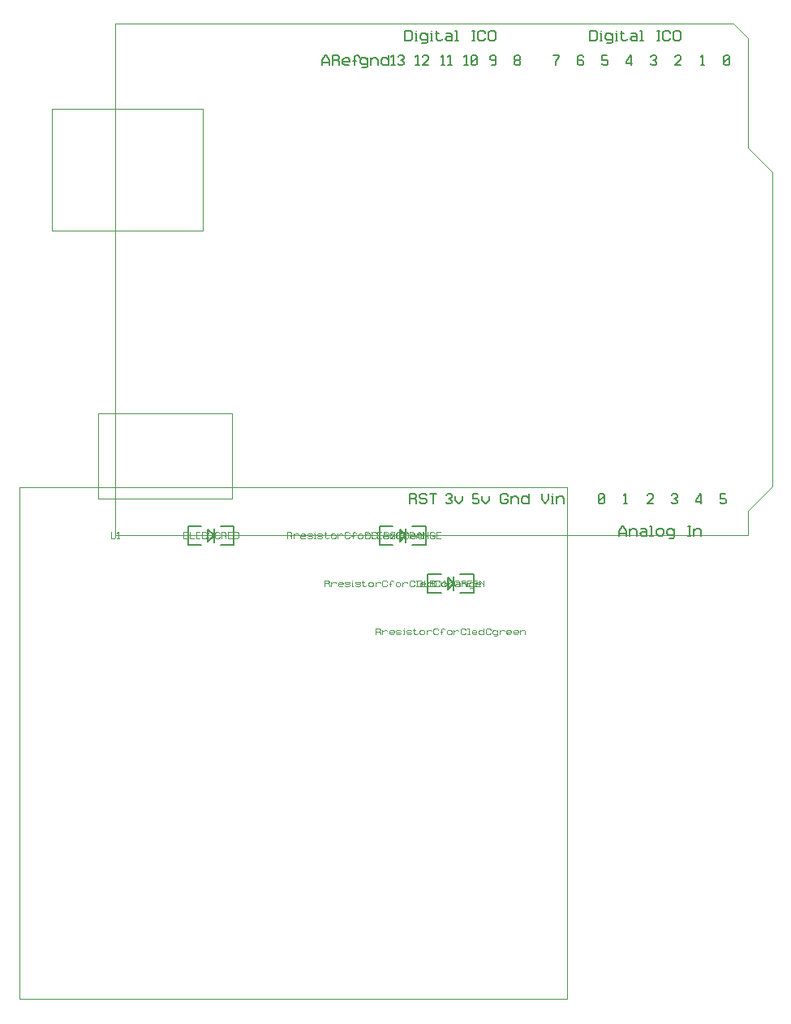
<source format=gto>
G75*
G71*
%OFA0B0*%
%FSLAX23Y23*%
%IPPOS*%
%LPD*%
%ADD10C,0.1*%
%ADD11C,0.111*%
%ADD12C,0*%
%ADD13C,0.169*%
%ADD14C,0.203*%
%LPD*%D10*
X0Y0D02*
X0Y100D01*
X0Y200D01*
X0Y300D01*
X0Y400D01*
X0Y499D01*
X0Y599D01*
X0Y699D01*
X0Y799D01*
X0Y899D01*
X0Y999D01*
X0Y1099D01*
X0Y1199D01*
X0Y1299D01*
X0Y1398D01*
X0Y1498D01*
X0Y1598D01*
X0Y1698D01*
X0Y1798D01*
X0Y1898D01*
X0Y1998D01*
X0Y2098D01*
X0Y2198D01*
X0Y2297D01*
X0Y2397D01*
X0Y2497D01*
X0Y2597D01*
X0Y2697D01*
X0Y2797D01*
X0Y2897D01*
X0Y2997D01*
X0Y3097D01*
X0Y3196D01*
X0Y3296D01*
X0Y3396D01*
X0Y3496D01*
X0Y3596D01*
X0Y3696D01*
X0Y3796D01*
X0Y3896D01*
X0Y3995D01*
X0Y4095D01*
X0Y4195D01*
X0Y4295D01*
X0Y4395D01*
X0Y4495D01*
X0Y4595D01*
X0Y4695D01*
X0Y4795D01*
X0Y4894D01*
X0Y4994D01*
X0Y5094D01*
X0Y5194D01*
X0Y5294D01*
X0Y5394D01*
X0Y5494D01*
X0Y5594D01*
X0Y5694D01*
X0Y5793D01*
X0Y5893D01*
X0Y5993D01*
X0Y6093D01*
X0Y6193D01*
X0Y6293D01*
X0Y6393D01*
X0Y6493D01*
X0Y6593D01*
X0Y6692D01*
X0Y6792D01*
X0Y6892D01*
X0Y6992D01*
X0Y7092D01*
X0Y7192D01*
X0Y7292D01*
X0Y7392D01*
X0Y7492D01*
X0Y7591D01*
X0Y7691D01*
X0Y7791D01*
X0Y7891D01*
X0Y7991D01*
X0Y8091D01*
X0Y8191D01*
X0Y8291D01*
X0Y8391D01*
X0Y8490D01*
X0Y8590D01*
X0Y8690D01*
X0Y8790D01*
X0Y8890D01*
X0Y8990D01*
X0Y9090D01*
X0Y9190D01*
X0Y9290D01*
X0Y9389D01*
X0Y9489D01*
X0Y9589D01*
X0Y9689D01*
X0Y9789D01*
X0Y9889D01*
X0Y9989D01*
X0Y10089D01*
X0Y10188D01*
X0Y10288D01*
X0Y10388D01*
X0Y10488D01*
X0Y10588D01*
X0Y10688D01*
X0Y10788D01*
X0Y10888D01*
X0Y10988D01*
X0Y11087D01*
X0Y11187D01*
X0Y11287D01*
X0Y11387D01*
X0Y11487D01*
X0Y11587D01*
X0Y11687D01*
X0Y11787D01*
X0Y11887D01*
X0Y11986D01*
X0Y12086D01*
X0Y12186D01*
X0Y12286D01*
X0Y12386D01*
X0Y12486D01*
X0Y12586D01*
X0Y12686D01*
X0Y12786D01*
X0Y12885D01*
X0Y12985D01*
X0Y13085D01*
X0Y13185D01*
X0Y13285D01*
X0Y13385D01*
X0Y13485D01*
X0Y13585D01*
X0Y13685D01*
X0Y13784D01*
X0Y13884D01*
X0Y13984D01*
X0Y14084D01*
X0Y14184D01*
X0Y14284D01*
X0Y14384D01*
X0Y14484D01*
X0Y14584D01*
X0Y14683D01*
X0Y14783D01*
X0Y14883D01*
X0Y14983D01*
X0Y15083D01*
X0Y15183D01*
X0Y15283D01*
X0Y15383D01*
X0Y15483D01*
X0Y15582D01*
X0Y15682D01*
X0Y15782D01*
X0Y15882D01*
X0Y15982D01*
X0Y16082D01*
X0Y16182D01*
X0Y16282D01*
X0Y16381D01*
X0Y16481D01*
X0Y16581D01*
X0Y16681D01*
X0Y16781D01*
X0Y16881D01*
X0Y16981D01*
X0Y17081D01*
X0Y17181D01*
X0Y17280D01*
X0Y17380D01*
X0Y17480D01*
X0Y17580D01*
X0Y17680D01*
X0Y17780D01*
X0Y17880D01*
X0Y17980D01*
X0Y18080D01*
X0Y18179D01*
X0Y18279D01*
X0Y18379D01*
X0Y18479D01*
X0Y18579D01*
X0Y18679D01*
X0Y18779D01*
X0Y18879D01*
X0Y18979D01*
X0Y19078D01*
X0Y19178D01*
X0Y19278D01*
X0Y19378D01*
X0Y19478D01*
X0Y19578D01*
X0Y19678D01*
X0Y19778D01*
X0Y19878D01*
X0Y19977D01*
X0Y20077D01*
X0Y20177D01*
X0Y20277D01*
X0Y20377D01*
X0Y20477D01*
X0Y20577D01*
X0Y20677D01*
X0Y20777D01*
X0Y20876D01*
X0Y20976D01*
X0Y21076D01*
X0Y21176D01*
X0Y21276D01*
X0Y21376D01*
X0Y21476D01*
X0Y21576D01*
X0Y21676D01*
X0Y21775D01*
X0Y21875D01*
X0Y21975D01*
X0Y22075D01*
X0Y22175D01*
X0Y22275D01*
X0Y22375D01*
X0Y22475D01*
X0Y22575D01*
X0Y22674D01*
X0Y22774D01*
X0Y22874D01*
X0Y22974D01*
X0Y23074D01*
X0Y23174D01*
X0Y23274D01*
X0Y23374D01*
X0Y23473D01*
X0Y23573D01*
X0Y23673D01*
X0Y23773D01*
X0Y23873D01*
X0Y23973D01*
X0Y24073D01*
X0Y24173D01*
X0Y24273D01*
X0Y24372D01*
X0Y24472D01*
X0Y24572D01*
X0Y24672D01*
X0Y24772D01*
X0Y24872D01*
X0Y24972D01*
X0Y25072D01*
X0Y25172D01*
X0Y25271D01*
X0Y25371D01*
X0Y25471D01*
X0Y25571D01*
X0Y25671D01*
X0Y25771D01*
X0Y25871D01*
X0Y25971D01*
X0Y26071D01*
X0Y26170D01*
X0Y26270D01*
X0Y26370D01*
X0Y26470D01*
X0Y26570D01*
X0Y26670D01*
X0Y26770D01*
X0Y26870D01*
X0Y26970D01*
X0Y27069D01*
X0Y27169D01*
X0Y27269D01*
X0Y27369D01*
X0Y27469D01*
X0Y27569D01*
X0Y27669D01*
X0Y27769D01*
X0Y27869D01*
X0Y27968D01*
X0Y28068D01*
X0Y28168D01*
X0Y28268D01*
X0Y28368D01*
X0Y28468D01*
X0Y28568D01*
X0Y28668D01*
X0Y28768D01*
X0Y28867D01*
X0Y28967D01*
X0Y29067D01*
X0Y29167D01*
X0Y29267D01*
X0Y29367D01*
X0Y29467D01*
X0Y29567D01*
X0Y29667D01*
X0Y29766D01*
X0Y29866D01*
X0Y29966D01*
X0Y30066D01*
X0Y30166D01*
X0Y30266D01*
X0Y30366D01*
X0Y30466D01*
X0Y30565D01*
X0Y30665D01*
X0Y30765D01*
X0Y30865D01*
X0Y30965D01*
X0Y31065D01*
X0Y31165D01*
X0Y31265D01*
X0Y31365D01*
X0Y31464D01*
X0Y31564D01*
X0Y31664D01*
X0Y31764D01*
X0Y31864D01*
X0Y31964D01*
X0Y32064D01*
X0Y32164D01*
X0Y32264D01*
X0Y32363D01*
X0Y32463D01*
X0Y32563D01*
X0Y32663D01*
X0Y32763D01*
X0Y32863D01*
X0Y32963D01*
X0Y33063D01*
X0Y33163D01*
X0Y33262D01*
X0Y33362D01*
X0Y33462D01*
X0Y33562D01*
X0Y33662D01*
X0Y33762D01*
X0Y33862D01*
X0Y33962D01*
X0Y34062D01*
X0Y34161D01*
X0Y34261D01*
X0Y34361D01*
X0Y34461D01*
X0Y34561D01*
X0Y34661D01*
X0Y34761D01*
X0Y34861D01*
X0Y34961D01*
X0Y35060D01*
X0Y35160D01*
X0Y35260D01*
X0Y35360D01*
X0Y35460D01*
X0Y35560D01*
X0Y35660D01*
X0Y35760D01*
X0Y35860D01*
X0Y35959D01*
X0Y36059D01*
X0Y36159D01*
X0Y36259D01*
X0Y36359D01*
X0Y36459D01*
X0Y36559D01*
X0Y36659D01*
X0Y36759D01*
X0Y36858D01*
X0Y36958D01*
X0Y37058D01*
X0Y37158D01*
X0Y37258D01*
X0Y37358D01*
X0Y37458D01*
X0Y37558D01*
X0Y37658D01*
X0Y37757D01*
X0Y37857D01*
X0Y37957D01*
X0Y38057D01*
X0Y38157D01*
X0Y38257D01*
X0Y38357D01*
X0Y38457D01*
X0Y38556D01*
X0Y38656D01*
X0Y38756D01*
X0Y38856D01*
X0Y38956D01*
X0Y39056D01*
X0Y39156D01*
X0Y39256D01*
X0Y39356D01*
X0Y39455D01*
X0Y39555D01*
X0Y39655D01*
X0Y39755D01*
X0Y39855D01*
X0Y39955D01*
X0Y40055D01*
X0Y40155D01*
X0Y40255D01*
X0Y40354D01*
X0Y40454D01*
X0Y40554D01*
X0Y40654D01*
X0Y40754D01*
X0Y40854D01*
X0Y40954D01*
X0Y41054D01*
X0Y41154D01*
X0Y41253D01*
X0Y41353D01*
X0Y41453D01*
X0Y41553D01*
X0Y41653D01*
X0Y41753D01*
X0Y41853D01*
X0Y41953D01*
X0Y42053D01*
X0Y42152D01*
X0Y42252D01*
X0Y42352D01*
X0Y42452D01*
X0Y42552D01*
X0Y42652D01*
X0Y42752D01*
X0Y42852D01*
X0Y42952D01*
X0Y43051D01*
X0Y43151D01*
X0Y43251D01*
X0Y43351D01*
X0Y43451D01*
X0Y43551D01*
X0Y43651D01*
X0Y43751D01*
X0Y43851D01*
X0Y43950D01*
X0Y44050D01*
X0Y44150D01*
X0Y44250D01*
X0Y44350D01*
X0Y44450D01*
X0Y44550D01*
X0Y44650D01*
X0Y44750D01*
X0Y44849D01*
X0Y44949D01*
X0Y45049D01*
X0Y45149D01*
X0Y45249D01*
X0Y45349D01*
X0Y45449D01*
X0Y45549D01*
X0Y45649D01*
X0Y45748D01*
X0Y45848D01*
X0Y45948D01*
X0Y46048D01*
X0Y46148D01*
X0Y46248D01*
X0Y46348D01*
X0Y46448D01*
X0Y46548D01*
X0Y46647D01*
X0Y46747D01*
X0Y46847D01*
X0Y46947D01*
X0Y47047D01*
X0Y47147D01*
X0Y47247D01*
X0Y47347D01*
X0Y47447D01*
X0Y47546D01*
X0Y47646D01*
X0Y47746D01*
X0Y47846D01*
X0Y47946D01*
X0Y48046D01*
X0Y48146D01*
X0Y48246D01*
X0Y48346D01*
X0Y48445D01*
X0Y48545D01*
X0Y48645D01*
X0Y48745D01*
X0Y48845D01*
X0Y48945D01*
X0Y49045D01*
X0Y49145D01*
X0Y49244D01*
X0Y49344D01*
X0Y49444D01*
X0Y49544D01*
X0Y49644D01*
X0Y49744D01*
X0Y49844D01*
X0Y49944D01*
X0Y50044D01*
X0Y50143D01*
X0Y50243D01*
X0Y50343D01*
X0Y50443D01*
X0Y50543D01*
X0Y50643D01*
X0Y50743D01*
X0Y50843D01*
X0Y50943D01*
X0Y51043D01*
X0Y51142D01*
X0Y51242D01*
X0Y51342D01*
X0Y51442D01*
X0Y51542D01*
X0Y51642D01*
X0Y51742D01*
X0Y51842D01*
X0Y51942D01*
X0Y52041D01*
X0Y52141D01*
X0Y52241D01*
X0Y52341D01*
X0Y52441D01*
X0Y52541D01*
X0Y52641D01*
X0Y52741D01*
X0Y52841D01*
X0Y52940D01*
X0Y53040D01*
X0Y53140D01*
X0Y53240D01*
X0Y53340D01*
X100Y53340D01*
X200Y53340D01*
X300Y53340D01*
X400Y53340D01*
X500Y53340D01*
X599Y53340D01*
X699Y53340D01*
X799Y53340D01*
X899Y53340D01*
X999Y53340D01*
X1099Y53340D01*
X1199Y53340D01*
X1299Y53340D01*
X1399Y53340D01*
X1499Y53340D01*
X1599Y53340D01*
X1699Y53340D01*
X1798Y53340D01*
X1898Y53340D01*
X1998Y53340D01*
X2098Y53340D01*
X2198Y53340D01*
X2298Y53340D01*
X2398Y53340D01*
X2498Y53340D01*
X2598Y53340D01*
X2698Y53340D01*
X2798Y53340D01*
X2897Y53340D01*
X2997Y53340D01*
X3097Y53340D01*
X3197Y53340D01*
X3297Y53340D01*
X3397Y53340D01*
X3497Y53340D01*
X3597Y53340D01*
X3697Y53340D01*
X3797Y53340D01*
X3897Y53340D01*
X3996Y53340D01*
X4096Y53340D01*
X4196Y53340D01*
X4296Y53340D01*
X4396Y53340D01*
X4496Y53340D01*
X4596Y53340D01*
X4696Y53340D01*
X4796Y53340D01*
X4896Y53340D01*
X4996Y53340D01*
X5096Y53340D01*
X5195Y53340D01*
X5295Y53340D01*
X5395Y53340D01*
X5495Y53340D01*
X5595Y53340D01*
X5695Y53340D01*
X5795Y53340D01*
X5895Y53340D01*
X5995Y53340D01*
X6095Y53340D01*
X6195Y53340D01*
X6294Y53340D01*
X6394Y53340D01*
X6494Y53340D01*
X6594Y53340D01*
X6694Y53340D01*
X6794Y53340D01*
X6894Y53340D01*
X6994Y53340D01*
X7094Y53340D01*
X7194Y53340D01*
X7294Y53340D01*
X7393Y53340D01*
X7493Y53340D01*
X7593Y53340D01*
X7693Y53340D01*
X7793Y53340D01*
X7893Y53340D01*
X7993Y53340D01*
X8093Y53340D01*
X8193Y53340D01*
X8293Y53340D01*
X8393Y53340D01*
X8493Y53340D01*
X8592Y53340D01*
X8692Y53340D01*
X8792Y53340D01*
X8892Y53340D01*
X8992Y53340D01*
X9092Y53340D01*
X9192Y53340D01*
X9292Y53340D01*
X9392Y53340D01*
X9492Y53340D01*
X9592Y53340D01*
X9691Y53340D01*
X9791Y53340D01*
X9891Y53340D01*
X9991Y53340D01*
X10091Y53340D01*
X10191Y53340D01*
X10291Y53340D01*
X10391Y53340D01*
X10491Y53340D01*
X10591Y53340D01*
X10691Y53340D01*
X10791Y53340D01*
X10890Y53340D01*
X10990Y53340D01*
X11090Y53340D01*
X11190Y53340D01*
X11290Y53340D01*
X11390Y53340D01*
X11490Y53340D01*
X11590Y53340D01*
X11690Y53340D01*
X11790Y53340D01*
X11890Y53340D01*
X11989Y53340D01*
X12089Y53340D01*
X12189Y53340D01*
X12289Y53340D01*
X12389Y53340D01*
X12489Y53340D01*
X12589Y53340D01*
X12689Y53340D01*
X12789Y53340D01*
X12889Y53340D01*
X12989Y53340D01*
X13088Y53340D01*
X13188Y53340D01*
X13288Y53340D01*
X13388Y53340D01*
X13488Y53340D01*
X13588Y53340D01*
X13688Y53340D01*
X13788Y53340D01*
X13888Y53340D01*
X13988Y53340D01*
X14088Y53340D01*
X14188Y53340D01*
X14287Y53340D01*
X14387Y53340D01*
X14487Y53340D01*
X14587Y53340D01*
X14687Y53340D01*
X14787Y53340D01*
X14887Y53340D01*
X14987Y53340D01*
X15087Y53340D01*
X15187Y53340D01*
X15287Y53340D01*
X15386Y53340D01*
X15486Y53340D01*
X15586Y53340D01*
X15686Y53340D01*
X15786Y53340D01*
X15886Y53340D01*
X15986Y53340D01*
X16086Y53340D01*
X16186Y53340D01*
X16286Y53340D01*
X16386Y53340D01*
X16485Y53340D01*
X16585Y53340D01*
X16685Y53340D01*
X16785Y53340D01*
X16885Y53340D01*
X16985Y53340D01*
X17085Y53340D01*
X17185Y53340D01*
X17285Y53340D01*
X17385Y53340D01*
X17485Y53340D01*
X17585Y53340D01*
X17684Y53340D01*
X17784Y53340D01*
X17884Y53340D01*
X17984Y53340D01*
X18084Y53340D01*
X18184Y53340D01*
X18284Y53340D01*
X18384Y53340D01*
X18484Y53340D01*
X18584Y53340D01*
X18684Y53340D01*
X18783Y53340D01*
X18883Y53340D01*
X18983Y53340D01*
X19083Y53340D01*
X19183Y53340D01*
X19283Y53340D01*
X19383Y53340D01*
X19483Y53340D01*
X19583Y53340D01*
X19683Y53340D01*
X19783Y53340D01*
X19883Y53340D01*
X19982Y53340D01*
X20082Y53340D01*
X20182Y53340D01*
X20282Y53340D01*
X20382Y53340D01*
X20482Y53340D01*
X20582Y53340D01*
X20682Y53340D01*
X20782Y53340D01*
X20882Y53340D01*
X20982Y53340D01*
X21081Y53340D01*
X21181Y53340D01*
X21281Y53340D01*
X21381Y53340D01*
X21481Y53340D01*
X21581Y53340D01*
X21681Y53340D01*
X21781Y53340D01*
X21881Y53340D01*
X21981Y53340D01*
X22081Y53340D01*
X22180Y53340D01*
X22280Y53340D01*
X22380Y53340D01*
X22480Y53340D01*
X22580Y53340D01*
X22680Y53340D01*
X22780Y53340D01*
X22880Y53340D01*
X22980Y53340D01*
X23080Y53340D01*
X23180Y53340D01*
X23280Y53340D01*
X23379Y53340D01*
X23479Y53340D01*
X23579Y53340D01*
X23679Y53340D01*
X23779Y53340D01*
X23879Y53340D01*
X23979Y53340D01*
X24079Y53340D01*
X24179Y53340D01*
X24279Y53340D01*
X24379Y53340D01*
X24478Y53340D01*
X24578Y53340D01*
X24678Y53340D01*
X24778Y53340D01*
X24878Y53340D01*
X24978Y53340D01*
X25078Y53340D01*
X25178Y53340D01*
X25278Y53340D01*
X25378Y53340D01*
X25478Y53340D01*
X25578Y53340D01*
X25677Y53340D01*
X25777Y53340D01*
X25877Y53340D01*
X25977Y53340D01*
X26077Y53340D01*
X26177Y53340D01*
X26277Y53340D01*
X26377Y53340D01*
X26477Y53340D01*
X26577Y53340D01*
X26677Y53340D01*
X26776Y53340D01*
X26876Y53340D01*
X26976Y53340D01*
X27076Y53340D01*
X27176Y53340D01*
X27276Y53340D01*
X27376Y53340D01*
X27476Y53340D01*
X27576Y53340D01*
X27676Y53340D01*
X27776Y53340D01*
X27875Y53340D01*
X27975Y53340D01*
X28075Y53340D01*
X28175Y53340D01*
X28275Y53340D01*
X28375Y53340D01*
X28475Y53340D01*
X28575Y53340D01*
X28675Y53340D01*
X28775Y53340D01*
X28875Y53340D01*
X28975Y53340D01*
X29074Y53340D01*
X29174Y53340D01*
X29274Y53340D01*
X29374Y53340D01*
X29474Y53340D01*
X29574Y53340D01*
X29674Y53340D01*
X29774Y53340D01*
X29874Y53340D01*
X29974Y53340D01*
X30074Y53340D01*
X30173Y53340D01*
X30273Y53340D01*
X30373Y53340D01*
X30473Y53340D01*
X30573Y53340D01*
X30673Y53340D01*
X30773Y53340D01*
X30873Y53340D01*
X30973Y53340D01*
X31073Y53340D01*
X31173Y53340D01*
X31273Y53340D01*
X31372Y53340D01*
X31472Y53340D01*
X31572Y53340D01*
X31672Y53340D01*
X31772Y53340D01*
X31872Y53340D01*
X31972Y53340D01*
X32072Y53340D01*
X32172Y53340D01*
X32272Y53340D01*
X32372Y53340D01*
X32471Y53340D01*
X32571Y53340D01*
X32671Y53340D01*
X32771Y53340D01*
X32871Y53340D01*
X32971Y53340D01*
X33071Y53340D01*
X33171Y53340D01*
X33271Y53340D01*
X33371Y53340D01*
X33471Y53340D01*
X33571Y53340D01*
X33670Y53340D01*
X33770Y53340D01*
X33870Y53340D01*
X33970Y53340D01*
X34070Y53340D01*
X34170Y53340D01*
X34270Y53340D01*
X34370Y53340D01*
X34470Y53340D01*
X34570Y53340D01*
X34670Y53340D01*
X34769Y53340D01*
X34869Y53340D01*
X34969Y53340D01*
X35069Y53340D01*
X35169Y53340D01*
X35269Y53340D01*
X35369Y53340D01*
X35469Y53340D01*
X35569Y53340D01*
X35669Y53340D01*
X35769Y53340D01*
X35868Y53340D01*
X35968Y53340D01*
X36068Y53340D01*
X36168Y53340D01*
X36268Y53340D01*
X36368Y53340D01*
X36468Y53340D01*
X36568Y53340D01*
X36668Y53340D01*
X36768Y53340D01*
X36868Y53340D01*
X36968Y53340D01*
X37067Y53340D01*
X37167Y53340D01*
X37267Y53340D01*
X37367Y53340D01*
X37467Y53340D01*
X37567Y53340D01*
X37667Y53340D01*
X37767Y53340D01*
X37867Y53340D01*
X37967Y53340D01*
X38067Y53340D01*
X38166Y53340D01*
X38266Y53340D01*
X38366Y53340D01*
X38466Y53340D01*
X38566Y53340D01*
X38666Y53340D01*
X38766Y53340D01*
X38866Y53340D01*
X38966Y53340D01*
X39066Y53340D01*
X39166Y53340D01*
X39265Y53340D01*
X39365Y53340D01*
X39465Y53340D01*
X39565Y53340D01*
X39665Y53340D01*
X39765Y53340D01*
X39865Y53340D01*
X39965Y53340D01*
X40065Y53340D01*
X40165Y53340D01*
X40265Y53340D01*
X40365Y53340D01*
X40464Y53340D01*
X40564Y53340D01*
X40664Y53340D01*
X40764Y53340D01*
X40864Y53340D01*
X40964Y53340D01*
X41064Y53340D01*
X41164Y53340D01*
X41264Y53340D01*
X41364Y53340D01*
X41464Y53340D01*
X41563Y53340D01*
X41663Y53340D01*
X41763Y53340D01*
X41863Y53340D01*
X41963Y53340D01*
X42063Y53340D01*
X42163Y53340D01*
X42263Y53340D01*
X42363Y53340D01*
X42463Y53340D01*
X42563Y53340D01*
X42663Y53340D01*
X42762Y53340D01*
X42862Y53340D01*
X42962Y53340D01*
X43062Y53340D01*
X43162Y53340D01*
X43262Y53340D01*
X43362Y53340D01*
X43462Y53340D01*
X43562Y53340D01*
X43662Y53340D01*
X43762Y53340D01*
X43861Y53340D01*
X43961Y53340D01*
X44061Y53340D01*
X44161Y53340D01*
X44261Y53340D01*
X44361Y53340D01*
X44461Y53340D01*
X44561Y53340D01*
X44661Y53340D01*
X44761Y53340D01*
X44861Y53340D01*
X44961Y53340D01*
X45060Y53340D01*
X45160Y53340D01*
X45260Y53340D01*
X45360Y53340D01*
X45460Y53340D01*
X45560Y53340D01*
X45660Y53340D01*
X45760Y53340D01*
X45860Y53340D01*
X45960Y53340D01*
X46060Y53340D01*
X46159Y53340D01*
X46259Y53340D01*
X46359Y53340D01*
X46459Y53340D01*
X46559Y53340D01*
X46659Y53340D01*
X46759Y53340D01*
X46859Y53340D01*
X46959Y53340D01*
X47059Y53340D01*
X47159Y53340D01*
X47259Y53340D01*
X47358Y53340D01*
X47458Y53340D01*
X47558Y53340D01*
X47658Y53340D01*
X47758Y53340D01*
X47858Y53340D01*
X47958Y53340D01*
X48058Y53340D01*
X48158Y53340D01*
X48258Y53340D01*
X48358Y53340D01*
X48457Y53340D01*
X48557Y53340D01*
X48657Y53340D01*
X48757Y53340D01*
X48857Y53340D01*
X48957Y53340D01*
X49057Y53340D01*
X49157Y53340D01*
X49257Y53340D01*
X49357Y53340D01*
X49457Y53340D01*
X49557Y53340D01*
X49656Y53340D01*
X49756Y53340D01*
X49856Y53340D01*
X49956Y53340D01*
X50056Y53340D01*
X50156Y53340D01*
X50256Y53340D01*
X50356Y53340D01*
X50456Y53340D01*
X50556Y53340D01*
X50656Y53340D01*
X50755Y53340D01*
X50855Y53340D01*
X50955Y53340D01*
X51055Y53340D01*
X51155Y53340D01*
X51255Y53340D01*
X51355Y53340D01*
X51455Y53340D01*
X51555Y53340D01*
X51655Y53340D01*
X51755Y53340D01*
X51855Y53340D01*
X51954Y53340D01*
X52054Y53340D01*
X52154Y53340D01*
X52254Y53340D01*
X52354Y53340D01*
X52454Y53340D01*
X52554Y53340D01*
X52654Y53340D01*
X52754Y53340D01*
X52854Y53340D01*
X52954Y53340D01*
X53053Y53340D01*
X53153Y53340D01*
X53253Y53340D01*
X53353Y53340D01*
X53453Y53340D01*
X53553Y53340D01*
X53653Y53340D01*
X53753Y53340D01*
X53853Y53340D01*
X53953Y53340D01*
X54053Y53340D01*
X54153Y53340D01*
X54252Y53340D01*
X54352Y53340D01*
X54452Y53340D01*
X54552Y53340D01*
X54652Y53340D01*
X54752Y53340D01*
X54852Y53340D01*
X54952Y53340D01*
X55052Y53340D01*
X55152Y53340D01*
X55252Y53340D01*
X55351Y53340D01*
X55451Y53340D01*
X55551Y53340D01*
X55651Y53340D01*
X55751Y53340D01*
X55851Y53340D01*
X55951Y53340D01*
X56051Y53340D01*
X56151Y53340D01*
X56251Y53340D01*
X56351Y53340D01*
X56451Y53340D01*
X56550Y53340D01*
X56650Y53340D01*
X56750Y53340D01*
X56850Y53340D01*
X56950Y53340D01*
X57050Y53340D01*
X57150Y53340D01*
X57150Y53240D01*
X57150Y53140D01*
X57150Y53040D01*
X57150Y52940D01*
X57150Y52841D01*
X57150Y52741D01*
X57150Y52641D01*
X57150Y52541D01*
X57150Y52441D01*
X57150Y52341D01*
X57150Y52241D01*
X57150Y52141D01*
X57150Y52041D01*
X57150Y51942D01*
X57150Y51842D01*
X57150Y51742D01*
X57150Y51642D01*
X57150Y51542D01*
X57150Y51442D01*
X57150Y51342D01*
X57150Y51242D01*
X57150Y51142D01*
X57150Y51043D01*
X57150Y50943D01*
X57150Y50843D01*
X57150Y50743D01*
X57150Y50643D01*
X57150Y50543D01*
X57150Y50443D01*
X57150Y50343D01*
X57150Y50243D01*
X57150Y50144D01*
X57150Y50044D01*
X57150Y49944D01*
X57150Y49844D01*
X57150Y49744D01*
X57150Y49644D01*
X57150Y49544D01*
X57150Y49444D01*
X57150Y49345D01*
X57150Y49245D01*
X57150Y49145D01*
X57150Y49045D01*
X57150Y48945D01*
X57150Y48845D01*
X57150Y48745D01*
X57150Y48645D01*
X57150Y48545D01*
X57150Y48446D01*
X57150Y48346D01*
X57150Y48246D01*
X57150Y48146D01*
X57150Y48046D01*
X57150Y47946D01*
X57150Y47846D01*
X57150Y47746D01*
X57150Y47646D01*
X57150Y47547D01*
X57150Y47447D01*
X57150Y47347D01*
X57150Y47247D01*
X57150Y47147D01*
X57150Y47047D01*
X57150Y46947D01*
X57150Y46847D01*
X57150Y46747D01*
X57150Y46648D01*
X57150Y46548D01*
X57150Y46448D01*
X57150Y46348D01*
X57150Y46248D01*
X57150Y46148D01*
X57150Y46048D01*
X57150Y45948D01*
X57150Y45848D01*
X57150Y45749D01*
X57150Y45649D01*
X57150Y45549D01*
X57150Y45449D01*
X57150Y45349D01*
X57150Y45249D01*
X57150Y45149D01*
X57150Y45049D01*
X57150Y44949D01*
X57150Y44850D01*
X57150Y44750D01*
X57150Y44650D01*
X57150Y44550D01*
X57150Y44450D01*
X57150Y44350D01*
X57150Y44250D01*
X57150Y44150D01*
X57150Y44050D01*
X57150Y43951D01*
X57150Y43851D01*
X57150Y43751D01*
X57150Y43651D01*
X57150Y43551D01*
X57150Y43451D01*
X57150Y43351D01*
X57150Y43251D01*
X57150Y43152D01*
X57150Y43052D01*
X57150Y42952D01*
X57150Y42852D01*
X57150Y42752D01*
X57150Y42652D01*
X57150Y42552D01*
X57150Y42452D01*
X57150Y42352D01*
X57150Y42253D01*
X57150Y42153D01*
X57150Y42053D01*
X57150Y41953D01*
X57150Y41853D01*
X57150Y41753D01*
X57150Y41653D01*
X57150Y41553D01*
X57150Y41453D01*
X57150Y41354D01*
X57150Y41254D01*
X57150Y41154D01*
X57150Y41054D01*
X57150Y40954D01*
X57150Y40854D01*
X57150Y40754D01*
X57150Y40654D01*
X57150Y40554D01*
X57150Y40455D01*
X57150Y40355D01*
X57150Y40255D01*
X57150Y40155D01*
X57150Y40055D01*
X57150Y39955D01*
X57150Y39855D01*
X57150Y39755D01*
X57150Y39655D01*
X57150Y39556D01*
X57150Y39456D01*
X57150Y39356D01*
X57150Y39256D01*
X57150Y39156D01*
X57150Y39056D01*
X57150Y38956D01*
X57150Y38856D01*
X57150Y38756D01*
X57150Y38657D01*
X57150Y38557D01*
X57150Y38457D01*
X57150Y38357D01*
X57150Y38257D01*
X57150Y38157D01*
X57150Y38057D01*
X57150Y37957D01*
X57150Y37857D01*
X57150Y37758D01*
X57150Y37658D01*
X57150Y37558D01*
X57150Y37458D01*
X57150Y37358D01*
X57150Y37258D01*
X57150Y37158D01*
X57150Y37058D01*
X57150Y36959D01*
X57150Y36859D01*
X57150Y36759D01*
X57150Y36659D01*
X57150Y36559D01*
X57150Y36459D01*
X57150Y36359D01*
X57150Y36259D01*
X57150Y36159D01*
X57150Y36060D01*
X57150Y35960D01*
X57150Y35860D01*
X57150Y35760D01*
X57150Y35660D01*
X57150Y35560D01*
X57150Y35460D01*
X57150Y35360D01*
X57150Y35260D01*
X57150Y35161D01*
X57150Y35061D01*
X57150Y34961D01*
X57150Y34861D01*
X57150Y34761D01*
X57150Y34661D01*
X57150Y34561D01*
X57150Y34461D01*
X57150Y34361D01*
X57150Y34262D01*
X57150Y34162D01*
X57150Y34062D01*
X57150Y33962D01*
X57150Y33862D01*
X57150Y33762D01*
X57150Y33662D01*
X57150Y33562D01*
X57150Y33462D01*
X57150Y33363D01*
X57150Y33263D01*
X57150Y33163D01*
X57150Y33063D01*
X57150Y32963D01*
X57150Y32863D01*
X57150Y32763D01*
X57150Y32663D01*
X57150Y32563D01*
X57150Y32464D01*
X57150Y32364D01*
X57150Y32264D01*
X57150Y32164D01*
X57150Y32064D01*
X57150Y31964D01*
X57150Y31864D01*
X57150Y31764D01*
X57150Y31664D01*
X57150Y31565D01*
X57150Y31465D01*
X57150Y31365D01*
X57150Y31265D01*
X57150Y31165D01*
X57150Y31065D01*
X57150Y30965D01*
X57150Y30865D01*
X57150Y30765D01*
X57150Y30666D01*
X57150Y30566D01*
X57150Y30466D01*
X57150Y30366D01*
X57150Y30266D01*
X57150Y30166D01*
X57150Y30066D01*
X57150Y29966D01*
X57150Y29867D01*
X57150Y29767D01*
X57150Y29667D01*
X57150Y29567D01*
X57150Y29467D01*
X57150Y29367D01*
X57150Y29267D01*
X57150Y29167D01*
X57150Y29067D01*
X57150Y28968D01*
X57150Y28868D01*
X57150Y28768D01*
X57150Y28668D01*
X57150Y28568D01*
X57150Y28468D01*
X57150Y28368D01*
X57150Y28268D01*
X57150Y28168D01*
X57150Y28069D01*
X57150Y27969D01*
X57150Y27869D01*
X57150Y27769D01*
X57150Y27669D01*
X57150Y27569D01*
X57150Y27469D01*
X57150Y27369D01*
X57150Y27269D01*
X57150Y27170D01*
X57150Y27070D01*
X57150Y26970D01*
X57150Y26870D01*
X57150Y26770D01*
X57150Y26670D01*
X57150Y26570D01*
X57150Y26470D01*
X57150Y26370D01*
X57150Y26271D01*
X57150Y26171D01*
X57150Y26071D01*
X57150Y25971D01*
X57150Y25871D01*
X57150Y25771D01*
X57150Y25671D01*
X57150Y25571D01*
X57150Y25471D01*
X57150Y25372D01*
X57150Y25272D01*
X57150Y25172D01*
X57150Y25072D01*
X57150Y24972D01*
X57150Y24872D01*
X57150Y24772D01*
X57150Y24672D01*
X57150Y24572D01*
X57150Y24473D01*
X57150Y24373D01*
X57150Y24273D01*
X57150Y24173D01*
X57150Y24073D01*
X57150Y23973D01*
X57150Y23873D01*
X57150Y23773D01*
X57150Y23673D01*
X57150Y23574D01*
X57150Y23474D01*
X57150Y23374D01*
X57150Y23274D01*
X57150Y23174D01*
X57150Y23074D01*
X57150Y22974D01*
X57150Y22874D01*
X57150Y22775D01*
X57150Y22675D01*
X57150Y22575D01*
X57150Y22475D01*
X57150Y22375D01*
X57150Y22275D01*
X57150Y22175D01*
X57150Y22075D01*
X57150Y21975D01*
X57150Y21876D01*
X57150Y21776D01*
X57150Y21676D01*
X57150Y21576D01*
X57150Y21476D01*
X57150Y21376D01*
X57150Y21276D01*
X57150Y21176D01*
X57150Y21076D01*
X57150Y20977D01*
X57150Y20877D01*
X57150Y20777D01*
X57150Y20677D01*
X57150Y20577D01*
X57150Y20477D01*
X57150Y20377D01*
X57150Y20277D01*
X57150Y20177D01*
X57150Y20078D01*
X57150Y19978D01*
X57150Y19878D01*
X57150Y19778D01*
X57150Y19678D01*
X57150Y19578D01*
X57150Y19478D01*
X57150Y19378D01*
X57150Y19278D01*
X57150Y19179D01*
X57150Y19079D01*
X57150Y18979D01*
X57150Y18879D01*
X57150Y18779D01*
X57150Y18679D01*
X57150Y18579D01*
X57150Y18479D01*
X57150Y18379D01*
X57150Y18280D01*
X57150Y18180D01*
X57150Y18080D01*
X57150Y17980D01*
X57150Y17880D01*
X57150Y17780D01*
X57150Y17680D01*
X57150Y17580D01*
X57150Y17480D01*
X57150Y17381D01*
X57150Y17281D01*
X57150Y17181D01*
X57150Y17081D01*
X57150Y16981D01*
X57150Y16881D01*
X57150Y16781D01*
X57150Y16681D01*
X57150Y16581D01*
X57150Y16482D01*
X57150Y16382D01*
X57150Y16282D01*
X57150Y16182D01*
X57150Y16082D01*
X57150Y15982D01*
X57150Y15882D01*
X57150Y15782D01*
X57150Y15682D01*
X57150Y15583D01*
X57150Y15483D01*
X57150Y15383D01*
X57150Y15283D01*
X57150Y15183D01*
X57150Y15083D01*
X57150Y14983D01*
X57150Y14883D01*
X57150Y14784D01*
X57150Y14684D01*
X57150Y14584D01*
X57150Y14484D01*
X57150Y14384D01*
X57150Y14284D01*
X57150Y14184D01*
X57150Y14084D01*
X57150Y13984D01*
X57150Y13885D01*
X57150Y13785D01*
X57150Y13685D01*
X57150Y13585D01*
X57150Y13485D01*
X57150Y13385D01*
X57150Y13285D01*
X57150Y13185D01*
X57150Y13085D01*
X57150Y12986D01*
X57150Y12886D01*
X57150Y12786D01*
X57150Y12686D01*
X57150Y12586D01*
X57150Y12486D01*
X57150Y12386D01*
X57150Y12286D01*
X57150Y12186D01*
X57150Y12087D01*
X57150Y11987D01*
X57150Y11887D01*
X57150Y11787D01*
X57150Y11687D01*
X57150Y11587D01*
X57150Y11487D01*
X57150Y11387D01*
X57150Y11287D01*
X57150Y11188D01*
X57150Y11088D01*
X57150Y10988D01*
X57150Y10888D01*
X57150Y10788D01*
X57150Y10688D01*
X57150Y10588D01*
X57150Y10488D01*
X57150Y10388D01*
X57150Y10289D01*
X57150Y10189D01*
X57150Y10089D01*
X57150Y9989D01*
X57150Y9889D01*
X57150Y9789D01*
X57150Y9689D01*
X57150Y9589D01*
X57150Y9489D01*
X57150Y9390D01*
X57150Y9290D01*
X57150Y9190D01*
X57150Y9090D01*
X57150Y8990D01*
X57150Y8890D01*
X57150Y8790D01*
X57150Y8690D01*
X57150Y8590D01*
X57150Y8491D01*
X57150Y8391D01*
X57150Y8291D01*
X57150Y8191D01*
X57150Y8091D01*
X57150Y7991D01*
X57150Y7891D01*
X57150Y7791D01*
X57150Y7691D01*
X57150Y7592D01*
X57150Y7492D01*
X57150Y7392D01*
X57150Y7292D01*
X57150Y7192D01*
X57150Y7092D01*
X57150Y6992D01*
X57150Y6892D01*
X57150Y6792D01*
X57150Y6693D01*
X57150Y6593D01*
X57150Y6493D01*
X57150Y6393D01*
X57150Y6293D01*
X57150Y6193D01*
X57150Y6093D01*
X57150Y5993D01*
X57150Y5893D01*
X57150Y5794D01*
X57150Y5694D01*
X57150Y5594D01*
X57150Y5494D01*
X57150Y5394D01*
X57150Y5294D01*
X57150Y5194D01*
X57150Y5094D01*
X57150Y4994D01*
X57150Y4895D01*
X57150Y4795D01*
X57150Y4695D01*
X57150Y4595D01*
X57150Y4495D01*
X57150Y4395D01*
X57150Y4295D01*
X57150Y4195D01*
X57150Y4096D01*
X57150Y3996D01*
X57150Y3896D01*
X57150Y3796D01*
X57150Y3696D01*
X57150Y3596D01*
X57150Y3496D01*
X57150Y3396D01*
X57150Y3296D01*
X57150Y3197D01*
X57150Y3097D01*
X57150Y2997D01*
X57150Y2897D01*
X57150Y2797D01*
X57150Y2697D01*
X57150Y2597D01*
X57150Y2497D01*
X57150Y2397D01*
X57150Y2297D01*
X57150Y2198D01*
X57150Y2098D01*
X57150Y1998D01*
X57150Y1898D01*
X57150Y1798D01*
X57150Y1698D01*
X57150Y1598D01*
X57150Y1498D01*
X57150Y1398D01*
X57150Y1299D01*
X57150Y1199D01*
X57150Y1099D01*
X57150Y999D01*
X57150Y899D01*
X57150Y799D01*
X57150Y699D01*
X57150Y599D01*
X57150Y499D01*
X57150Y400D01*
X57150Y300D01*
X57150Y200D01*
X57150Y100D01*
X57150Y0D01*
X57050Y0D01*
X56950Y0D01*
X56850Y0D01*
X56750Y0D01*
X56650Y0D01*
X56551Y0D01*
X56451Y0D01*
X56351Y0D01*
X56251Y0D01*
X56151Y0D01*
X56051Y0D01*
X55951Y0D01*
X55851Y0D01*
X55751Y0D01*
X55651Y0D01*
X55551Y0D01*
X55451Y0D01*
X55352Y0D01*
X55252Y0D01*
X55152Y0D01*
X55052Y0D01*
X54952Y0D01*
X54852Y0D01*
X54752Y0D01*
X54652Y0D01*
X54552Y0D01*
X54452Y0D01*
X54352Y0D01*
X54253Y0D01*
X54153Y0D01*
X54053Y0D01*
X53953Y0D01*
X53853Y0D01*
X53753Y0D01*
X53653Y0D01*
X53553Y0D01*
X53453Y0D01*
X53353Y0D01*
X53253Y0D01*
X53154Y0D01*
X53054Y0D01*
X52954Y0D01*
X52854Y0D01*
X52754Y0D01*
X52654Y0D01*
X52554Y0D01*
X52454Y0D01*
X52354Y0D01*
X52254Y0D01*
X52154Y0D01*
X52054Y0D01*
X51955Y0D01*
X51855Y0D01*
X51755Y0D01*
X51655Y0D01*
X51555Y0D01*
X51455Y0D01*
X51355Y0D01*
X51255Y0D01*
X51155Y0D01*
X51055Y0D01*
X50955Y0D01*
X50856Y0D01*
X50756Y0D01*
X50656Y0D01*
X50556Y0D01*
X50456Y0D01*
X50356Y0D01*
X50256Y0D01*
X50156Y0D01*
X50056Y0D01*
X49956Y0D01*
X49856Y0D01*
X49757Y0D01*
X49657Y0D01*
X49557Y0D01*
X49457Y0D01*
X49357Y0D01*
X49257Y0D01*
X49157Y0D01*
X49057Y0D01*
X48957Y0D01*
X48857Y0D01*
X48757Y0D01*
X48657Y0D01*
X48558Y0D01*
X48458Y0D01*
X48358Y0D01*
X48258Y0D01*
X48158Y0D01*
X48058Y0D01*
X47958Y0D01*
X47858Y0D01*
X47758Y0D01*
X47658Y0D01*
X47558Y0D01*
X47459Y0D01*
X47359Y0D01*
X47259Y0D01*
X47159Y0D01*
X47059Y0D01*
X46959Y0D01*
X46859Y0D01*
X46759Y0D01*
X46659Y0D01*
X46559Y0D01*
X46459Y0D01*
X46359Y0D01*
X46260Y0D01*
X46160Y0D01*
X46060Y0D01*
X45960Y0D01*
X45860Y0D01*
X45760Y0D01*
X45660Y0D01*
X45560Y0D01*
X45460Y0D01*
X45360Y0D01*
X45260Y0D01*
X45161Y0D01*
X45061Y0D01*
X44961Y0D01*
X44861Y0D01*
X44761Y0D01*
X44661Y0D01*
X44561Y0D01*
X44461Y0D01*
X44361Y0D01*
X44261Y0D01*
X44161Y0D01*
X44062Y0D01*
X43962Y0D01*
X43862Y0D01*
X43762Y0D01*
X43662Y0D01*
X43562Y0D01*
X43462Y0D01*
X43362Y0D01*
X43262Y0D01*
X43162Y0D01*
X43062Y0D01*
X42962Y0D01*
X42863Y0D01*
X42763Y0D01*
X42663Y0D01*
X42563Y0D01*
X42463Y0D01*
X42363Y0D01*
X42263Y0D01*
X42163Y0D01*
X42063Y0D01*
X41963Y0D01*
X41863Y0D01*
X41764Y0D01*
X41664Y0D01*
X41564Y0D01*
X41464Y0D01*
X41364Y0D01*
X41264Y0D01*
X41164Y0D01*
X41064Y0D01*
X40964Y0D01*
X40864Y0D01*
X40764Y0D01*
X40665Y0D01*
X40565Y0D01*
X40465Y0D01*
X40365Y0D01*
X40265Y0D01*
X40165Y0D01*
X40065Y0D01*
X39965Y0D01*
X39865Y0D01*
X39765Y0D01*
X39665Y0D01*
X39565Y0D01*
X39466Y0D01*
X39366Y0D01*
X39266Y0D01*
X39166Y0D01*
X39066Y0D01*
X38966Y0D01*
X38866Y0D01*
X38766Y0D01*
X38666Y0D01*
X38566Y0D01*
X38466Y0D01*
X38367Y0D01*
X38267Y0D01*
X38167Y0D01*
X38067Y0D01*
X37967Y0D01*
X37867Y0D01*
X37767Y0D01*
X37667Y0D01*
X37567Y0D01*
X37467Y0D01*
X37367Y0D01*
X37267Y0D01*
X37168Y0D01*
X37068Y0D01*
X36968Y0D01*
X36868Y0D01*
X36768Y0D01*
X36668Y0D01*
X36568Y0D01*
X36468Y0D01*
X36368Y0D01*
X36268Y0D01*
X36168Y0D01*
X36069Y0D01*
X35969Y0D01*
X35869Y0D01*
X35769Y0D01*
X35669Y0D01*
X35569Y0D01*
X35469Y0D01*
X35369Y0D01*
X35269Y0D01*
X35169Y0D01*
X35069Y0D01*
X34970Y0D01*
X34870Y0D01*
X34770Y0D01*
X34670Y0D01*
X34570Y0D01*
X34470Y0D01*
X34370Y0D01*
X34270Y0D01*
X34170Y0D01*
X34070Y0D01*
X33970Y0D01*
X33870Y0D01*
X33771Y0D01*
X33671Y0D01*
X33571Y0D01*
X33471Y0D01*
X33371Y0D01*
X33271Y0D01*
X33171Y0D01*
X33071Y0D01*
X32971Y0D01*
X32871Y0D01*
X32771Y0D01*
X32672Y0D01*
X32572Y0D01*
X32472Y0D01*
X32372Y0D01*
X32272Y0D01*
X32172Y0D01*
X32072Y0D01*
X31972Y0D01*
X31872Y0D01*
X31772Y0D01*
X31672Y0D01*
X31572Y0D01*
X31473Y0D01*
X31373Y0D01*
X31273Y0D01*
X31173Y0D01*
X31073Y0D01*
X30973Y0D01*
X30873Y0D01*
X30773Y0D01*
X30673Y0D01*
X30573Y0D01*
X30473Y0D01*
X30374Y0D01*
X30274Y0D01*
X30174Y0D01*
X30074Y0D01*
X29974Y0D01*
X29874Y0D01*
X29774Y0D01*
X29674Y0D01*
X29574Y0D01*
X29474Y0D01*
X29374Y0D01*
X29275Y0D01*
X29175Y0D01*
X29075Y0D01*
X28975Y0D01*
X28875Y0D01*
X28775Y0D01*
X28675Y0D01*
X28575Y0D01*
X28475Y0D01*
X28375Y0D01*
X28275Y0D01*
X28175Y0D01*
X28076Y0D01*
X27976Y0D01*
X27876Y0D01*
X27776Y0D01*
X27676Y0D01*
X27576Y0D01*
X27476Y0D01*
X27376Y0D01*
X27276Y0D01*
X27176Y0D01*
X27076Y0D01*
X26977Y0D01*
X26877Y0D01*
X26777Y0D01*
X26677Y0D01*
X26577Y0D01*
X26477Y0D01*
X26377Y0D01*
X26277Y0D01*
X26177Y0D01*
X26077Y0D01*
X25977Y0D01*
X25877Y0D01*
X25778Y0D01*
X25678Y0D01*
X25578Y0D01*
X25478Y0D01*
X25378Y0D01*
X25278Y0D01*
X25178Y0D01*
X25078Y0D01*
X24978Y0D01*
X24878Y0D01*
X24778Y0D01*
X24679Y0D01*
X24579Y0D01*
X24479Y0D01*
X24379Y0D01*
X24279Y0D01*
X24179Y0D01*
X24079Y0D01*
X23979Y0D01*
X23879Y0D01*
X23779Y0D01*
X23679Y0D01*
X23579Y0D01*
X23480Y0D01*
X23380Y0D01*
X23280Y0D01*
X23180Y0D01*
X23080Y0D01*
X22980Y0D01*
X22880Y0D01*
X22780Y0D01*
X22680Y0D01*
X22580Y0D01*
X22480Y0D01*
X22381Y0D01*
X22281Y0D01*
X22181Y0D01*
X22081Y0D01*
X21981Y0D01*
X21881Y0D01*
X21781Y0D01*
X21681Y0D01*
X21581Y0D01*
X21481Y0D01*
X21381Y0D01*
X21282Y0D01*
X21182Y0D01*
X21082Y0D01*
X20982Y0D01*
X20882Y0D01*
X20782Y0D01*
X20682Y0D01*
X20582Y0D01*
X20482Y0D01*
X20382Y0D01*
X20282Y0D01*
X20182Y0D01*
X20083Y0D01*
X19983Y0D01*
X19883Y0D01*
X19783Y0D01*
X19683Y0D01*
X19583Y0D01*
X19483Y0D01*
X19383Y0D01*
X19283Y0D01*
X19183Y0D01*
X19083Y0D01*
X18984Y0D01*
X18884Y0D01*
X18784Y0D01*
X18684Y0D01*
X18584Y0D01*
X18484Y0D01*
X18384Y0D01*
X18284Y0D01*
X18184Y0D01*
X18084Y0D01*
X17984Y0D01*
X17885Y0D01*
X17785Y0D01*
X17685Y0D01*
X17585Y0D01*
X17485Y0D01*
X17385Y0D01*
X17285Y0D01*
X17185Y0D01*
X17085Y0D01*
X16985Y0D01*
X16885Y0D01*
X16785Y0D01*
X16686Y0D01*
X16586Y0D01*
X16486Y0D01*
X16386Y0D01*
X16286Y0D01*
X16186Y0D01*
X16086Y0D01*
X15986Y0D01*
X15886Y0D01*
X15786Y0D01*
X15686Y0D01*
X15587Y0D01*
X15487Y0D01*
X15387Y0D01*
X15287Y0D01*
X15187Y0D01*
X15087Y0D01*
X14987Y0D01*
X14887Y0D01*
X14787Y0D01*
X14687Y0D01*
X14587Y0D01*
X14487Y0D01*
X14388Y0D01*
X14288Y0D01*
X14188Y0D01*
X14088Y0D01*
X13988Y0D01*
X13888Y0D01*
X13788Y0D01*
X13688Y0D01*
X13588Y0D01*
X13488Y0D01*
X13388Y0D01*
X13289Y0D01*
X13189Y0D01*
X13089Y0D01*
X12989Y0D01*
X12889Y0D01*
X12789Y0D01*
X12689Y0D01*
X12589Y0D01*
X12489Y0D01*
X12389Y0D01*
X12289Y0D01*
X12189Y0D01*
X12090Y0D01*
X11990Y0D01*
X11890Y0D01*
X11790Y0D01*
X11690Y0D01*
X11590Y0D01*
X11490Y0D01*
X11390Y0D01*
X11290Y0D01*
X11190Y0D01*
X11090Y0D01*
X10991Y0D01*
X10891Y0D01*
X10791Y0D01*
X10691Y0D01*
X10591Y0D01*
X10491Y0D01*
X10391Y0D01*
X10291Y0D01*
X10191Y0D01*
X10091Y0D01*
X9991Y0D01*
X9891Y0D01*
X9792Y0D01*
X9692Y0D01*
X9592Y0D01*
X9492Y0D01*
X9392Y0D01*
X9292Y0D01*
X9192Y0D01*
X9092Y0D01*
X8992Y0D01*
X8892Y0D01*
X8792Y0D01*
X8693Y0D01*
X8593Y0D01*
X8493Y0D01*
X8393Y0D01*
X8293Y0D01*
X8193Y0D01*
X8093Y0D01*
X7993Y0D01*
X7893Y0D01*
X7793Y0D01*
X7693Y0D01*
X7593Y0D01*
X7494Y0D01*
X7394Y0D01*
X7294Y0D01*
X7194Y0D01*
X7094Y0D01*
X6994Y0D01*
X6894Y0D01*
X6794Y0D01*
X6694Y0D01*
X6594Y0D01*
X6494Y0D01*
X6395Y0D01*
X6295Y0D01*
X6195Y0D01*
X6095Y0D01*
X5995Y0D01*
X5895Y0D01*
X5795Y0D01*
X5695Y0D01*
X5595Y0D01*
X5495Y0D01*
X5395Y0D01*
X5295Y0D01*
X5196Y0D01*
X5096Y0D01*
X4996Y0D01*
X4896Y0D01*
X4796Y0D01*
X4696Y0D01*
X4596Y0D01*
X4496Y0D01*
X4396Y0D01*
X4296Y0D01*
X4196Y0D01*
X4097Y0D01*
X3997Y0D01*
X3897Y0D01*
X3797Y0D01*
X3697Y0D01*
X3597Y0D01*
X3497Y0D01*
X3397Y0D01*
X3297Y0D01*
X3197Y0D01*
X3097Y0D01*
X2997Y0D01*
X2898Y0D01*
X2798Y0D01*
X2698Y0D01*
X2598Y0D01*
X2498Y0D01*
X2398Y0D01*
X2298Y0D01*
X2198Y0D01*
X2098Y0D01*
X1998Y0D01*
X1898Y0D01*
X1799Y0D01*
X1699Y0D01*
X1599Y0D01*
X1499Y0D01*
X1399Y0D01*
X1299Y0D01*
X1199Y0D01*
X1099Y0D01*
X999Y0D01*
X899Y0D01*
X799Y0D01*
X699Y0D01*
X600Y0D01*
X500Y0D01*
X400Y0D01*
X300Y0D01*
X200Y0D01*
X100Y0D01*
X0Y0D01*
X0Y0D01*
D11*
X9542Y48673D02*
X9542Y48090D01*
X9625Y48007D01*
X9903Y48007D01*
X9986Y48090D01*
X9986Y48673D01*
D11*
X10347Y48007D02*
X10347Y48673D01*
X10292Y48673D01*
X10208Y48562D01*
D11*
X10208Y48007D02*
X10458Y48007D01*
D12*
X10000Y48340D02*
X76040Y48340D01*
D12*
X76040Y48340D02*
X76040Y50880D01*
D12*
X76040Y50880D02*
X78580Y53420D01*
D12*
X78580Y53420D02*
X78580Y86186D01*
D12*
X78580Y86186D02*
X76040Y88726D01*
D12*
X76040Y88726D02*
X76040Y100156D01*
D12*
X76040Y100156D02*
X74516Y101680D01*
D12*
X74516Y101680D02*
X10000Y101680D01*
D12*
X19144Y80090D02*
X19144Y92790D01*
D12*
X19144Y92790D02*
X3396Y92790D01*
D12*
X3396Y92790D02*
X3396Y80090D01*
D12*
X3396Y80090D02*
X19144Y80090D01*
D12*
X10000Y101680D02*
X10000Y48340D01*
D12*
X8222Y52150D02*
X22192Y52150D01*
D12*
X22192Y52150D02*
X22192Y61040D01*
D12*
X22192Y61040D02*
X8222Y61040D01*
D12*
X8222Y61040D02*
X8222Y52150D01*
D13*
X40749Y51642D02*
X40749Y52658D01*
X41257Y52658D01*
X41427Y52489D01*
X41427Y52319D01*
X41257Y52150D01*
X40749Y52150D01*
D13*
X41257Y52150D02*
X41427Y51981D01*
X41427Y51642D01*
D13*
X41765Y51811D02*
X41935Y51642D01*
X42358Y51642D01*
X42527Y51811D01*
X42527Y51981D01*
X42358Y52150D01*
X41935Y52150D01*
X41765Y52319D01*
X41765Y52489D01*
X41935Y52658D01*
X42358Y52658D01*
X42527Y52489D01*
D13*
X43205Y51642D02*
X43205Y52658D01*
D13*
X42866Y52658D02*
X43543Y52658D01*
D13*
X44515Y52489D02*
X44515Y52531D01*
X44642Y52658D01*
X44981Y52658D01*
X45108Y52531D01*
X45108Y52362D01*
X44896Y52150D01*
X45108Y51938D01*
X45108Y51769D01*
X44981Y51642D01*
X44642Y51642D01*
X44515Y51769D01*
X44515Y51811D01*
D13*
X44769Y52150D02*
X44896Y52150D01*
D13*
X45447Y52404D02*
X45447Y51981D01*
X45785Y51642D01*
X45870Y51642D01*
X46209Y51981D01*
X46209Y52404D01*
D13*
X47309Y51811D02*
X47309Y51769D01*
X47436Y51642D01*
X47775Y51642D01*
X47902Y51769D01*
X47902Y52065D01*
X47775Y52192D01*
X47309Y52192D01*
X47309Y52658D01*
X47817Y52658D01*
D13*
X48241Y52404D02*
X48241Y51981D01*
X48579Y51642D01*
X48664Y51642D01*
X49003Y51981D01*
X49003Y52404D01*
D13*
X50676Y52065D02*
X50972Y52065D01*
X50972Y51811D01*
X50803Y51642D01*
X50379Y51642D01*
X50210Y51811D01*
X50210Y52489D01*
X50379Y52658D01*
X50803Y52658D01*
X50972Y52489D01*
X50972Y52404D01*
D13*
X51311Y51642D02*
X51311Y52404D01*
D13*
X51311Y52150D02*
X51565Y52404D01*
X51861Y52404D01*
X52073Y52192D01*
X52073Y51642D01*
D13*
X53173Y52658D02*
X53173Y51642D01*
X52623Y51642D01*
X52411Y51854D01*
X52411Y52192D01*
X52623Y52404D01*
X52919Y52404D01*
X53173Y52150D01*
D13*
X54557Y52658D02*
X54557Y52065D01*
X54895Y51642D01*
X55234Y52065D01*
X55234Y52658D01*
D13*
X55657Y52658D02*
X55657Y52658D01*
D13*
X55573Y52404D02*
X55657Y52404D01*
X55657Y51642D01*
D13*
X55573Y51642D02*
X55742Y51642D01*
D13*
X56081Y51642D02*
X56081Y52404D01*
D13*
X56081Y52150D02*
X56335Y52404D01*
X56631Y52404D01*
X56843Y52192D01*
X56843Y51642D01*
D13*
X62558Y48294D02*
X62558Y48802D01*
X62897Y49310D01*
X62982Y49310D01*
X63320Y48802D01*
X63320Y48294D01*
D13*
X62558Y48548D02*
X63320Y48548D01*
D13*
X63659Y48294D02*
X63659Y49056D01*
D13*
X63659Y48802D02*
X63913Y49056D01*
X64209Y49056D01*
X64421Y48845D01*
X64421Y48294D01*
D13*
X64887Y49056D02*
X65268Y49056D01*
X65479Y48887D01*
X65479Y48294D01*
X64929Y48294D01*
X64760Y48506D01*
X64929Y48718D01*
X65479Y48718D01*
D13*
X65818Y49310D02*
X65987Y49310D01*
X65987Y48294D01*
D13*
X65818Y48294D02*
X66157Y48294D01*
D13*
X66495Y48506D02*
X66495Y48845D01*
X66707Y49056D01*
X67046Y49056D01*
X67257Y48845D01*
X67257Y48506D01*
X67046Y48294D01*
X66707Y48294D01*
X66495Y48506D01*
D13*
X68358Y49056D02*
X68358Y48167D01*
X68231Y48040D01*
X67808Y48040D01*
D13*
X68358Y48379D02*
X67765Y48379D01*
X67596Y48548D01*
X67596Y48845D01*
X67808Y49056D01*
X68104Y49056D01*
X68358Y48802D01*
D13*
X69924Y48294D02*
X69924Y49310D01*
D13*
X69797Y48294D02*
X70051Y48294D01*
D13*
X69797Y49310D02*
X70051Y49310D01*
D13*
X70390Y48294D02*
X70390Y49056D01*
D13*
X70390Y48802D02*
X70644Y49056D01*
X70940Y49056D01*
X71152Y48845D01*
X71152Y48294D01*
D13*
X60554Y51642D02*
X60427Y51769D01*
X60427Y52531D01*
X60554Y52658D01*
X60893Y52658D01*
X61020Y52531D01*
X61020Y51769D01*
X60893Y51642D01*
X60554Y51642D01*
D13*
X60427Y51896D02*
X61020Y52404D01*
D13*
X63285Y51642D02*
X63285Y52658D01*
X63200Y52658D01*
X63073Y52489D01*
D13*
X63073Y51642D02*
X63454Y51642D01*
D13*
X65507Y52489D02*
X65507Y52531D01*
X65634Y52658D01*
X65973Y52658D01*
X66100Y52531D01*
X66100Y52235D01*
X65507Y51642D01*
X66100Y51642D01*
D13*
X68047Y52489D02*
X68047Y52531D01*
X68174Y52658D01*
X68513Y52658D01*
X68640Y52531D01*
X68640Y52362D01*
X68428Y52150D01*
X68640Y51938D01*
X68640Y51769D01*
X68513Y51642D01*
X68174Y51642D01*
X68047Y51769D01*
X68047Y51811D01*
D13*
X68301Y52150D02*
X68428Y52150D01*
D13*
X71095Y51642D02*
X71095Y52658D01*
X71011Y52658D01*
X70587Y52023D01*
X70587Y51854D01*
X71180Y51854D01*
D13*
X73127Y51811D02*
X73127Y51769D01*
X73254Y51642D01*
X73593Y51642D01*
X73720Y51769D01*
X73720Y52065D01*
X73593Y52192D01*
X73127Y52192D01*
X73127Y52658D01*
X73635Y52658D01*
D13*
X31598Y97362D02*
X31598Y97870D01*
X31937Y98378D01*
X32022Y98378D01*
X32360Y97870D01*
X32360Y97362D01*
D13*
X31598Y97616D02*
X32360Y97616D01*
D13*
X32699Y97362D02*
X32699Y98378D01*
X33207Y98378D01*
X33376Y98209D01*
X33376Y98039D01*
X33207Y97870D01*
X32699Y97870D01*
D13*
X33207Y97870D02*
X33376Y97701D01*
X33376Y97362D01*
D13*
X34392Y97362D02*
X33927Y97362D01*
X33715Y97574D01*
X33715Y97912D01*
X33927Y98124D01*
X34265Y98124D01*
X34477Y97912D01*
X34477Y97743D01*
X33715Y97743D01*
D13*
X34985Y97362D02*
X34985Y98209D01*
X35154Y98378D01*
X35324Y98378D01*
X35493Y98209D01*
X35493Y98166D01*
D13*
X34816Y97785D02*
X35154Y97785D01*
D13*
X36306Y98124D02*
X36306Y97235D01*
X36179Y97108D01*
X35756Y97108D01*
D13*
X36306Y97447D02*
X35713Y97447D01*
X35544Y97616D01*
X35544Y97912D01*
X35756Y98124D01*
X36052Y98124D01*
X36306Y97870D01*
D13*
X36645Y97362D02*
X36645Y98124D01*
D13*
X36645Y97870D02*
X36899Y98124D01*
X37195Y98124D01*
X37407Y97912D01*
X37407Y97362D01*
D13*
X38507Y98378D02*
X38507Y97362D01*
X37957Y97362D01*
X37745Y97574D01*
X37745Y97912D01*
X37957Y98124D01*
X38253Y98124D01*
X38507Y97870D01*
D13*
X39045Y97362D02*
X39045Y98378D01*
X38960Y98378D01*
X38833Y98209D01*
D13*
X38833Y97362D02*
X39214Y97362D01*
D13*
X39553Y98209D02*
X39553Y98251D01*
X39680Y98378D01*
X40019Y98378D01*
X40146Y98251D01*
X40146Y98082D01*
X39934Y97870D01*
X40146Y97658D01*
X40146Y97489D01*
X40019Y97362D01*
X39680Y97362D01*
X39553Y97489D01*
X39553Y97531D01*
D13*
X39807Y97870D02*
X39934Y97870D01*
D13*
X41585Y97362D02*
X41585Y98378D01*
X41500Y98378D01*
X41373Y98209D01*
D13*
X41373Y97362D02*
X41754Y97362D01*
D13*
X42093Y98209D02*
X42093Y98251D01*
X42220Y98378D01*
X42559Y98378D01*
X42686Y98251D01*
X42686Y97955D01*
X42093Y97362D01*
X42686Y97362D01*
D13*
X44231Y97362D02*
X44231Y98378D01*
X44146Y98378D01*
X44019Y98209D01*
D13*
X44019Y97362D02*
X44400Y97362D01*
D13*
X44950Y97362D02*
X44950Y98378D01*
X44866Y98378D01*
X44739Y98209D01*
D13*
X44739Y97362D02*
X45120Y97362D01*
D13*
X46665Y97362D02*
X46665Y98378D01*
X46580Y98378D01*
X46453Y98209D01*
D13*
X46453Y97362D02*
X46834Y97362D01*
D13*
X47300Y97362D02*
X47173Y97489D01*
X47173Y98251D01*
X47300Y98378D01*
X47639Y98378D01*
X47766Y98251D01*
X47766Y97489D01*
X47639Y97362D01*
X47300Y97362D01*
D13*
X47173Y97616D02*
X47766Y98124D01*
D13*
X49743Y97870D02*
X49277Y97870D01*
X49150Y97997D01*
X49150Y98251D01*
X49277Y98378D01*
X49616Y98378D01*
X49743Y98251D01*
X49743Y97489D01*
X49616Y97362D01*
X49277Y97362D01*
D13*
X52156Y97870D02*
X52283Y97743D01*
X52283Y97489D01*
X52156Y97362D01*
X51817Y97362D01*
X51690Y97489D01*
X51690Y97743D01*
X51817Y97870D01*
X52156Y97870D01*
X52283Y97997D01*
X52283Y98251D01*
X52156Y98378D01*
X51817Y98378D01*
X51690Y98251D01*
X51690Y97997D01*
X51817Y97870D01*
D13*
X56008Y97362D02*
X56008Y97701D01*
X56347Y98209D01*
X56347Y98378D01*
X55754Y98378D01*
D13*
X58887Y98209D02*
X58887Y98251D01*
X58760Y98378D01*
X58421Y98378D01*
X58294Y98251D01*
X58294Y97489D01*
X58421Y97362D01*
X58760Y97362D01*
X58887Y97489D01*
X58887Y97743D01*
X58760Y97870D01*
X58294Y97870D01*
D13*
X60834Y97531D02*
X60834Y97489D01*
X60961Y97362D01*
X61300Y97362D01*
X61427Y97489D01*
X61427Y97785D01*
X61300Y97912D01*
X60834Y97912D01*
X60834Y98378D01*
X61342Y98378D01*
D13*
X63882Y97362D02*
X63882Y98378D01*
X63797Y98378D01*
X63374Y97743D01*
X63374Y97574D01*
X63967Y97574D01*
D13*
X65914Y98209D02*
X65914Y98251D01*
X66041Y98378D01*
X66380Y98378D01*
X66507Y98251D01*
X66507Y98082D01*
X66295Y97870D01*
X66507Y97658D01*
X66507Y97489D01*
X66380Y97362D01*
X66041Y97362D01*
X65914Y97489D01*
X65914Y97531D01*
D13*
X66168Y97870D02*
X66295Y97870D01*
D13*
X68454Y98209D02*
X68454Y98251D01*
X68581Y98378D01*
X68920Y98378D01*
X69047Y98251D01*
X69047Y97955D01*
X68454Y97362D01*
X69047Y97362D01*
D13*
X71311Y97362D02*
X71311Y98378D01*
X71227Y98378D01*
X71100Y98209D01*
D13*
X71100Y97362D02*
X71481Y97362D01*
D13*
X73661Y97362D02*
X73534Y97489D01*
X73534Y98251D01*
X73661Y98378D01*
X74000Y98378D01*
X74127Y98251D01*
X74127Y97489D01*
X74000Y97362D01*
X73661Y97362D01*
D13*
X73534Y97616D02*
X74127Y98124D01*
D13*
X40213Y99902D02*
X40213Y100918D01*
X40806Y100918D01*
X40975Y100749D01*
X40975Y100071D01*
X40806Y99902D01*
X40213Y99902D01*
D13*
X41399Y100918D02*
X41399Y100918D01*
D13*
X41314Y100664D02*
X41399Y100664D01*
X41399Y99902D01*
D13*
X41314Y99902D02*
X41483Y99902D01*
D13*
X42584Y100664D02*
X42584Y99775D01*
X42457Y99648D01*
X42034Y99648D01*
D13*
X42584Y99987D02*
X41991Y99987D01*
X41822Y100156D01*
X41822Y100452D01*
X42034Y100664D01*
X42330Y100664D01*
X42584Y100410D01*
D13*
X43007Y100918D02*
X43007Y100918D01*
D13*
X42923Y100664D02*
X43007Y100664D01*
X43007Y99902D01*
D13*
X42923Y99902D02*
X43092Y99902D01*
D13*
X43558Y100918D02*
X43558Y100071D01*
X43727Y99902D01*
X43981Y99902D01*
X44108Y100029D01*
X44108Y100071D01*
D13*
X43431Y100664D02*
X43769Y100664D01*
D13*
X44574Y100664D02*
X44955Y100664D01*
X45166Y100495D01*
X45166Y99902D01*
X44616Y99902D01*
X44447Y100114D01*
X44616Y100325D01*
X45166Y100325D01*
D13*
X45505Y100918D02*
X45674Y100918D01*
X45674Y99902D01*
D13*
X45505Y99902D02*
X45844Y99902D01*
D13*
X47410Y99902D02*
X47410Y100918D01*
D13*
X47283Y99902D02*
X47537Y99902D01*
D13*
X47283Y100918D02*
X47537Y100918D01*
D13*
X48638Y100156D02*
X48638Y100071D01*
X48468Y99902D01*
X48045Y99902D01*
X47876Y100071D01*
X47876Y100749D01*
X48045Y100918D01*
X48468Y100918D01*
X48638Y100749D01*
X48638Y100664D01*
D13*
X49146Y99902D02*
X48976Y100071D01*
X48976Y100749D01*
X49146Y100918D01*
X49569Y100918D01*
X49738Y100749D01*
X49738Y100071D01*
X49569Y99902D01*
X49146Y99902D01*
D13*
X59517Y99902D02*
X59517Y100918D01*
X60110Y100918D01*
X60279Y100749D01*
X60279Y100071D01*
X60110Y99902D01*
X59517Y99902D01*
D13*
X60703Y100918D02*
X60703Y100918D01*
D13*
X60618Y100664D02*
X60703Y100664D01*
X60703Y99902D01*
D13*
X60618Y99902D02*
X60787Y99902D01*
D13*
X61888Y100664D02*
X61888Y99775D01*
X61761Y99648D01*
X61338Y99648D01*
D13*
X61888Y99987D02*
X61295Y99987D01*
X61126Y100156D01*
X61126Y100452D01*
X61338Y100664D01*
X61634Y100664D01*
X61888Y100410D01*
D13*
X62311Y100918D02*
X62311Y100918D01*
D13*
X62227Y100664D02*
X62311Y100664D01*
X62311Y99902D01*
D13*
X62227Y99902D02*
X62396Y99902D01*
D13*
X62862Y100918D02*
X62862Y100071D01*
X63031Y99902D01*
X63285Y99902D01*
X63412Y100029D01*
X63412Y100071D01*
D13*
X62735Y100664D02*
X63073Y100664D01*
D13*
X63878Y100664D02*
X64259Y100664D01*
X64470Y100495D01*
X64470Y99902D01*
X63920Y99902D01*
X63751Y100114D01*
X63920Y100325D01*
X64470Y100325D01*
D13*
X64809Y100918D02*
X64978Y100918D01*
X64978Y99902D01*
D13*
X64809Y99902D02*
X65148Y99902D01*
D13*
X66714Y99902D02*
X66714Y100918D01*
D13*
X66587Y99902D02*
X66841Y99902D01*
D13*
X66587Y100918D02*
X66841Y100918D01*
D13*
X67942Y100156D02*
X67942Y100071D01*
X67772Y99902D01*
X67349Y99902D01*
X67180Y100071D01*
X67180Y100749D01*
X67349Y100918D01*
X67772Y100918D01*
X67942Y100749D01*
X67942Y100664D01*
D13*
X68450Y99902D02*
X68280Y100071D01*
X68280Y100749D01*
X68450Y100918D01*
X68873Y100918D01*
X69042Y100749D01*
X69042Y100071D01*
X68873Y99902D01*
X68450Y99902D01*
D11*
X17111Y48007D02*
X17111Y48673D01*
X17500Y48673D01*
X17611Y48562D01*
X17611Y48118D01*
X17500Y48007D01*
X17111Y48007D01*
D11*
X18222Y48007D02*
X17833Y48007D01*
X17833Y48673D01*
D11*
X18833Y48007D02*
X18444Y48007D01*
X18444Y48673D01*
X18833Y48673D01*
D11*
X18778Y48340D02*
X18444Y48340D01*
D11*
X19056Y48007D02*
X19056Y48673D01*
X19444Y48673D01*
X19556Y48562D01*
X19556Y48118D01*
X19444Y48007D01*
X19056Y48007D01*
D11*
X19778Y48562D02*
X19778Y48590D01*
X19861Y48673D01*
X20083Y48673D01*
X20167Y48590D01*
X20167Y48479D01*
X20028Y48340D01*
X20167Y48201D01*
X20167Y48090D01*
X20083Y48007D01*
X19861Y48007D01*
X19778Y48090D01*
X19778Y48118D01*
D11*
X19944Y48340D02*
X20028Y48340D01*
D11*
X20889Y48173D02*
X20889Y48118D01*
X20778Y48007D01*
X20500Y48007D01*
X20389Y48118D01*
X20389Y48562D01*
X20500Y48673D01*
X20778Y48673D01*
X20889Y48562D01*
X20889Y48507D01*
D11*
X21111Y48007D02*
X21111Y48673D01*
X21444Y48673D01*
X21556Y48562D01*
X21556Y48451D01*
X21444Y48340D01*
X21111Y48340D01*
D11*
X21444Y48340D02*
X21556Y48229D01*
X21556Y48007D01*
D11*
X22167Y48007D02*
X21778Y48007D01*
X21778Y48673D01*
X22167Y48673D01*
D11*
X22111Y48340D02*
X21778Y48340D01*
D11*
X22389Y48007D02*
X22389Y48673D01*
X22778Y48673D01*
X22889Y48562D01*
X22889Y48118D01*
X22778Y48007D01*
X22389Y48007D01*
D14*
X19000Y49340D02*
X17600Y49340D01*
D14*
X17600Y49340D02*
X17600Y47340D01*
D14*
X17600Y47340D02*
X19000Y47340D01*
D14*
X21000Y49340D02*
X22400Y49340D01*
D14*
X22400Y49340D02*
X22400Y47340D01*
D14*
X22400Y47340D02*
X21000Y47340D01*
D14*
X20300Y49040D02*
X20300Y48340D01*
D14*
X20300Y48340D02*
X20300Y47640D01*
D14*
X20300Y48340D02*
X19700Y48940D01*
D14*
X19700Y48940D02*
X19700Y47740D01*
D14*
X19700Y47740D02*
X20300Y48340D01*
D11*
X27944Y48007D02*
X27944Y48673D01*
X28278Y48673D01*
X28389Y48562D01*
X28389Y48451D01*
X28278Y48340D01*
X27944Y48340D01*
D11*
X28278Y48340D02*
X28389Y48229D01*
X28389Y48007D01*
D11*
X28611Y48007D02*
X28611Y48507D01*
D11*
X28611Y48284D02*
X28806Y48507D01*
X29028Y48507D01*
X29111Y48423D01*
X29111Y48396D01*
D11*
X29778Y48007D02*
X29472Y48007D01*
X29333Y48146D01*
X29333Y48368D01*
X29472Y48507D01*
X29694Y48507D01*
X29833Y48368D01*
X29833Y48257D01*
X29333Y48257D01*
D11*
X30056Y48118D02*
X30056Y48090D01*
X30139Y48007D01*
X30472Y48007D01*
X30556Y48090D01*
X30556Y48173D01*
X30472Y48257D01*
X30139Y48257D01*
X30056Y48340D01*
X30056Y48423D01*
X30139Y48507D01*
X30472Y48507D01*
X30556Y48423D01*
X30556Y48396D01*
D11*
X30833Y48673D02*
X30833Y48673D01*
D11*
X30778Y48507D02*
X30833Y48507D01*
X30833Y48007D01*
D11*
X30778Y48007D02*
X30889Y48007D01*
D11*
X31111Y48118D02*
X31111Y48090D01*
X31194Y48007D01*
X31528Y48007D01*
X31611Y48090D01*
X31611Y48173D01*
X31528Y48257D01*
X31194Y48257D01*
X31111Y48340D01*
X31111Y48423D01*
X31194Y48507D01*
X31528Y48507D01*
X31611Y48423D01*
X31611Y48396D01*
D11*
X31917Y48673D02*
X31917Y48118D01*
X32028Y48007D01*
X32194Y48007D01*
X32278Y48090D01*
X32278Y48118D01*
D11*
X31833Y48507D02*
X32056Y48507D01*
D11*
X32500Y48146D02*
X32500Y48368D01*
X32639Y48507D01*
X32861Y48507D01*
X33000Y48368D01*
X33000Y48146D01*
X32861Y48007D01*
X32639Y48007D01*
X32500Y48146D01*
D11*
X33222Y48007D02*
X33222Y48507D01*
D11*
X33222Y48284D02*
X33417Y48507D01*
X33639Y48507D01*
X33722Y48423D01*
X33722Y48396D01*
D11*
X34444Y48173D02*
X34444Y48118D01*
X34333Y48007D01*
X34056Y48007D01*
X33944Y48118D01*
X33944Y48562D01*
X34056Y48673D01*
X34333Y48673D01*
X34444Y48562D01*
X34444Y48507D01*
D11*
X34778Y48007D02*
X34778Y48562D01*
X34889Y48673D01*
X35000Y48673D01*
X35111Y48562D01*
X35111Y48534D01*
D11*
X34667Y48284D02*
X34889Y48284D01*
D11*
X35333Y48146D02*
X35333Y48368D01*
X35472Y48507D01*
X35694Y48507D01*
X35833Y48368D01*
X35833Y48146D01*
X35694Y48007D01*
X35472Y48007D01*
X35333Y48146D01*
D11*
X36056Y48007D02*
X36056Y48507D01*
D11*
X36056Y48284D02*
X36250Y48507D01*
X36472Y48507D01*
X36556Y48423D01*
X36556Y48396D01*
D11*
X37278Y48173D02*
X37278Y48118D01*
X37167Y48007D01*
X36889Y48007D01*
X36778Y48118D01*
X36778Y48562D01*
X36889Y48673D01*
X37167Y48673D01*
X37278Y48562D01*
X37278Y48507D01*
D11*
X37500Y48673D02*
X37611Y48673D01*
X37611Y48007D01*
D11*
X37500Y48007D02*
X37722Y48007D01*
D11*
X38389Y48007D02*
X38083Y48007D01*
X37944Y48146D01*
X37944Y48368D01*
X38083Y48507D01*
X38306Y48507D01*
X38444Y48368D01*
X38444Y48257D01*
X37944Y48257D01*
D11*
X39167Y48673D02*
X39167Y48007D01*
X38806Y48007D01*
X38667Y48146D01*
X38667Y48368D01*
X38806Y48507D01*
X39000Y48507D01*
X39167Y48340D01*
D11*
X39889Y48173D02*
X39889Y48118D01*
X39778Y48007D01*
X39500Y48007D01*
X39389Y48118D01*
X39389Y48562D01*
X39500Y48673D01*
X39778Y48673D01*
X39889Y48562D01*
X39889Y48507D01*
D11*
X40111Y48007D02*
X40111Y48507D01*
D11*
X40111Y48284D02*
X40306Y48507D01*
X40528Y48507D01*
X40611Y48423D01*
X40611Y48396D01*
D11*
X41278Y48007D02*
X40972Y48007D01*
X40833Y48146D01*
X40833Y48368D01*
X40972Y48507D01*
X41194Y48507D01*
X41333Y48368D01*
X41333Y48257D01*
X40833Y48257D01*
D11*
X42056Y48673D02*
X42056Y48007D01*
X41694Y48007D01*
X41556Y48146D01*
X41556Y48368D01*
X41694Y48507D01*
X41889Y48507D01*
X42056Y48340D01*
D11*
X36056Y48007D02*
X36056Y48673D01*
X36444Y48673D01*
X36556Y48562D01*
X36556Y48118D01*
X36444Y48007D01*
X36056Y48007D01*
D11*
X37167Y48007D02*
X36778Y48007D01*
X36778Y48673D01*
D11*
X37778Y48007D02*
X37389Y48007D01*
X37389Y48673D01*
X37778Y48673D01*
D11*
X37722Y48340D02*
X37389Y48340D01*
D11*
X38000Y48007D02*
X38000Y48673D01*
X38389Y48673D01*
X38500Y48562D01*
X38500Y48118D01*
X38389Y48007D01*
X38000Y48007D01*
D11*
X38722Y48562D02*
X38722Y48590D01*
X38806Y48673D01*
X39028Y48673D01*
X39111Y48590D01*
X39111Y48396D01*
X38722Y48007D01*
X39111Y48007D01*
D11*
X39833Y48173D02*
X39833Y48118D01*
X39722Y48007D01*
X39444Y48007D01*
X39333Y48118D01*
X39333Y48562D01*
X39444Y48673D01*
X39722Y48673D01*
X39833Y48562D01*
X39833Y48507D01*
D11*
X40167Y48007D02*
X40056Y48118D01*
X40056Y48562D01*
X40167Y48673D01*
X40444Y48673D01*
X40556Y48562D01*
X40556Y48118D01*
X40444Y48007D01*
X40167Y48007D01*
D11*
X40778Y48007D02*
X40778Y48673D01*
X41111Y48673D01*
X41222Y48562D01*
X41222Y48451D01*
X41111Y48340D01*
X40778Y48340D01*
D11*
X41111Y48340D02*
X41222Y48229D01*
X41222Y48007D01*
D11*
X41444Y48007D02*
X41444Y48340D01*
X41667Y48673D01*
X41722Y48673D01*
X41944Y48340D01*
X41944Y48007D01*
D11*
X41444Y48173D02*
X41944Y48173D01*
D11*
X42167Y48007D02*
X42167Y48673D01*
D11*
X42167Y48618D02*
X42611Y48201D01*
D11*
X42611Y48007D02*
X42611Y48673D01*
D11*
X43139Y48284D02*
X43333Y48284D01*
X43333Y48118D01*
X43222Y48007D01*
X42944Y48007D01*
X42833Y48118D01*
X42833Y48562D01*
X42944Y48673D01*
X43222Y48673D01*
X43333Y48562D01*
X43333Y48507D01*
D11*
X43944Y48007D02*
X43556Y48007D01*
X43556Y48673D01*
X43944Y48673D01*
D11*
X43889Y48340D02*
X43556Y48340D01*
D14*
X39000Y49340D02*
X37600Y49340D01*
D14*
X37600Y49340D02*
X37600Y47340D01*
D14*
X37600Y47340D02*
X39000Y47340D01*
D14*
X41000Y49340D02*
X42400Y49340D01*
D14*
X42400Y49340D02*
X42400Y47340D01*
D14*
X42400Y47340D02*
X41000Y47340D01*
D14*
X40300Y49040D02*
X40300Y48340D01*
D14*
X40300Y48340D02*
X40300Y47640D01*
D14*
X40300Y48340D02*
X39700Y48940D01*
D14*
X39700Y48940D02*
X39700Y47740D01*
D14*
X39700Y47740D02*
X40300Y48340D01*
D11*
X41542Y43007D02*
X41542Y43673D01*
X41931Y43673D01*
X42042Y43562D01*
X42042Y43118D01*
X41931Y43007D01*
X41542Y43007D01*
D11*
X42653Y43007D02*
X42264Y43007D01*
X42264Y43673D01*
D11*
X43264Y43007D02*
X42875Y43007D01*
X42875Y43673D01*
X43264Y43673D01*
D11*
X43208Y43340D02*
X42875Y43340D01*
D11*
X43486Y43007D02*
X43486Y43673D01*
X43875Y43673D01*
X43986Y43562D01*
X43986Y43118D01*
X43875Y43007D01*
X43486Y43007D01*
D11*
X44347Y43007D02*
X44347Y43673D01*
X44292Y43673D01*
X44208Y43562D01*
D11*
X44208Y43007D02*
X44458Y43007D01*
D11*
X45181Y43173D02*
X45181Y43118D01*
X45069Y43007D01*
X44792Y43007D01*
X44681Y43118D01*
X44681Y43562D01*
X44792Y43673D01*
X45069Y43673D01*
X45181Y43562D01*
X45181Y43507D01*
D11*
X45708Y43284D02*
X45903Y43284D01*
X45903Y43118D01*
X45792Y43007D01*
X45514Y43007D01*
X45403Y43118D01*
X45403Y43562D01*
X45514Y43673D01*
X45792Y43673D01*
X45903Y43562D01*
X45903Y43507D01*
D11*
X46125Y43007D02*
X46125Y43673D01*
X46458Y43673D01*
X46569Y43562D01*
X46569Y43451D01*
X46458Y43340D01*
X46125Y43340D01*
D11*
X46458Y43340D02*
X46569Y43229D01*
X46569Y43007D01*
D11*
X47181Y43007D02*
X46792Y43007D01*
X46792Y43673D01*
X47181Y43673D01*
D11*
X47125Y43340D02*
X46792Y43340D01*
D11*
X47792Y43007D02*
X47403Y43007D01*
X47403Y43673D01*
X47792Y43673D01*
D11*
X47736Y43340D02*
X47403Y43340D01*
D11*
X48014Y43007D02*
X48014Y43673D01*
D11*
X48014Y43618D02*
X48458Y43201D01*
D11*
X48458Y43007D02*
X48458Y43673D01*
D14*
X44000Y44340D02*
X42600Y44340D01*
D14*
X42600Y44340D02*
X42600Y42340D01*
D14*
X42600Y42340D02*
X44000Y42340D01*
D14*
X46000Y44340D02*
X47400Y44340D01*
D14*
X47400Y44340D02*
X47400Y42340D01*
D14*
X47400Y42340D02*
X46000Y42340D01*
D14*
X45300Y44040D02*
X45300Y43340D01*
D14*
X45300Y43340D02*
X45300Y42640D01*
D14*
X45300Y43340D02*
X44700Y43940D01*
D14*
X44700Y43940D02*
X44700Y42740D01*
D14*
X44700Y42740D02*
X45300Y43340D01*
D11*
X31875Y43007D02*
X31875Y43673D01*
X32208Y43673D01*
X32319Y43562D01*
X32319Y43451D01*
X32208Y43340D01*
X31875Y43340D01*
D11*
X32208Y43340D02*
X32319Y43229D01*
X32319Y43007D01*
D11*
X32542Y43007D02*
X32542Y43507D01*
D11*
X32542Y43284D02*
X32736Y43507D01*
X32958Y43507D01*
X33042Y43423D01*
X33042Y43396D01*
D11*
X33708Y43007D02*
X33403Y43007D01*
X33264Y43146D01*
X33264Y43368D01*
X33403Y43507D01*
X33625Y43507D01*
X33764Y43368D01*
X33764Y43257D01*
X33264Y43257D01*
D11*
X33986Y43118D02*
X33986Y43090D01*
X34069Y43007D01*
X34403Y43007D01*
X34486Y43090D01*
X34486Y43173D01*
X34403Y43257D01*
X34069Y43257D01*
X33986Y43340D01*
X33986Y43423D01*
X34069Y43507D01*
X34403Y43507D01*
X34486Y43423D01*
X34486Y43396D01*
D11*
X34764Y43673D02*
X34764Y43673D01*
D11*
X34708Y43507D02*
X34764Y43507D01*
X34764Y43007D01*
D11*
X34708Y43007D02*
X34819Y43007D01*
D11*
X35042Y43118D02*
X35042Y43090D01*
X35125Y43007D01*
X35458Y43007D01*
X35542Y43090D01*
X35542Y43173D01*
X35458Y43257D01*
X35125Y43257D01*
X35042Y43340D01*
X35042Y43423D01*
X35125Y43507D01*
X35458Y43507D01*
X35542Y43423D01*
X35542Y43396D01*
D11*
X35847Y43673D02*
X35847Y43118D01*
X35958Y43007D01*
X36125Y43007D01*
X36208Y43090D01*
X36208Y43118D01*
D11*
X35764Y43507D02*
X35986Y43507D01*
D11*
X36431Y43146D02*
X36431Y43368D01*
X36569Y43507D01*
X36792Y43507D01*
X36931Y43368D01*
X36931Y43146D01*
X36792Y43007D01*
X36569Y43007D01*
X36431Y43146D01*
D11*
X37153Y43007D02*
X37153Y43507D01*
D11*
X37153Y43284D02*
X37347Y43507D01*
X37569Y43507D01*
X37653Y43423D01*
X37653Y43396D01*
D11*
X38375Y43173D02*
X38375Y43118D01*
X38264Y43007D01*
X37986Y43007D01*
X37875Y43118D01*
X37875Y43562D01*
X37986Y43673D01*
X38264Y43673D01*
X38375Y43562D01*
X38375Y43507D01*
D11*
X38708Y43007D02*
X38708Y43562D01*
X38819Y43673D01*
X38931Y43673D01*
X39042Y43562D01*
X39042Y43534D01*
D11*
X38597Y43284D02*
X38819Y43284D01*
D11*
X39264Y43146D02*
X39264Y43368D01*
X39403Y43507D01*
X39625Y43507D01*
X39764Y43368D01*
X39764Y43146D01*
X39625Y43007D01*
X39403Y43007D01*
X39264Y43146D01*
D11*
X39986Y43007D02*
X39986Y43507D01*
D11*
X39986Y43284D02*
X40181Y43507D01*
X40403Y43507D01*
X40486Y43423D01*
X40486Y43396D01*
D11*
X41208Y43173D02*
X41208Y43118D01*
X41097Y43007D01*
X40819Y43007D01*
X40708Y43118D01*
X40708Y43562D01*
X40819Y43673D01*
X41097Y43673D01*
X41208Y43562D01*
X41208Y43507D01*
D11*
X41431Y43673D02*
X41542Y43673D01*
X41542Y43007D01*
D11*
X41431Y43007D02*
X41653Y43007D01*
D11*
X42319Y43007D02*
X42014Y43007D01*
X41875Y43146D01*
X41875Y43368D01*
X42014Y43507D01*
X42236Y43507D01*
X42375Y43368D01*
X42375Y43257D01*
X41875Y43257D01*
D11*
X43097Y43673D02*
X43097Y43007D01*
X42736Y43007D01*
X42597Y43146D01*
X42597Y43368D01*
X42736Y43507D01*
X42931Y43507D01*
X43097Y43340D01*
D11*
X43819Y43173D02*
X43819Y43118D01*
X43708Y43007D01*
X43431Y43007D01*
X43319Y43118D01*
X43319Y43562D01*
X43431Y43673D01*
X43708Y43673D01*
X43819Y43562D01*
X43819Y43507D01*
D11*
X44042Y43146D02*
X44042Y43368D01*
X44181Y43507D01*
X44403Y43507D01*
X44542Y43368D01*
X44542Y43146D01*
X44403Y43007D01*
X44181Y43007D01*
X44042Y43146D01*
D11*
X44764Y43007D02*
X44764Y43507D01*
D11*
X44764Y43284D02*
X44958Y43507D01*
X45181Y43507D01*
X45264Y43423D01*
X45264Y43396D01*
D11*
X45569Y43507D02*
X45819Y43507D01*
X45958Y43396D01*
X45958Y43007D01*
X45597Y43007D01*
X45486Y43146D01*
X45597Y43284D01*
X45958Y43284D01*
D11*
X46181Y43007D02*
X46181Y43507D01*
D11*
X46181Y43340D02*
X46347Y43507D01*
X46542Y43507D01*
X46681Y43368D01*
X46681Y43007D01*
D11*
X47403Y43507D02*
X47403Y42923D01*
X47319Y42840D01*
X47042Y42840D01*
D11*
X47403Y43062D02*
X47014Y43062D01*
X46903Y43173D01*
X46903Y43368D01*
X47042Y43507D01*
X47236Y43507D01*
X47403Y43340D01*
D11*
X48069Y43007D02*
X47764Y43007D01*
X47625Y43146D01*
X47625Y43368D01*
X47764Y43507D01*
X47986Y43507D01*
X48125Y43368D01*
X48125Y43257D01*
X47625Y43257D01*
D11*
X37222Y38007D02*
X37222Y38673D01*
X37556Y38673D01*
X37667Y38562D01*
X37667Y38451D01*
X37556Y38340D01*
X37222Y38340D01*
D11*
X37556Y38340D02*
X37667Y38229D01*
X37667Y38007D01*
D11*
X37889Y38007D02*
X37889Y38507D01*
D11*
X37889Y38284D02*
X38083Y38507D01*
X38306Y38507D01*
X38389Y38423D01*
X38389Y38396D01*
D11*
X39056Y38007D02*
X38750Y38007D01*
X38611Y38146D01*
X38611Y38368D01*
X38750Y38507D01*
X38972Y38507D01*
X39111Y38368D01*
X39111Y38257D01*
X38611Y38257D01*
D11*
X39333Y38118D02*
X39333Y38090D01*
X39417Y38007D01*
X39750Y38007D01*
X39833Y38090D01*
X39833Y38173D01*
X39750Y38257D01*
X39417Y38257D01*
X39333Y38340D01*
X39333Y38423D01*
X39417Y38507D01*
X39750Y38507D01*
X39833Y38423D01*
X39833Y38396D01*
D11*
X40111Y38673D02*
X40111Y38673D01*
D11*
X40056Y38507D02*
X40111Y38507D01*
X40111Y38007D01*
D11*
X40056Y38007D02*
X40167Y38007D01*
D11*
X40389Y38118D02*
X40389Y38090D01*
X40472Y38007D01*
X40806Y38007D01*
X40889Y38090D01*
X40889Y38173D01*
X40806Y38257D01*
X40472Y38257D01*
X40389Y38340D01*
X40389Y38423D01*
X40472Y38507D01*
X40806Y38507D01*
X40889Y38423D01*
X40889Y38396D01*
D11*
X41194Y38673D02*
X41194Y38118D01*
X41306Y38007D01*
X41472Y38007D01*
X41556Y38090D01*
X41556Y38118D01*
D11*
X41111Y38507D02*
X41333Y38507D01*
D11*
X41778Y38146D02*
X41778Y38368D01*
X41917Y38507D01*
X42139Y38507D01*
X42278Y38368D01*
X42278Y38146D01*
X42139Y38007D01*
X41917Y38007D01*
X41778Y38146D01*
D11*
X42500Y38007D02*
X42500Y38507D01*
D11*
X42500Y38284D02*
X42694Y38507D01*
X42917Y38507D01*
X43000Y38423D01*
X43000Y38396D01*
D11*
X43722Y38173D02*
X43722Y38118D01*
X43611Y38007D01*
X43333Y38007D01*
X43222Y38118D01*
X43222Y38562D01*
X43333Y38673D01*
X43611Y38673D01*
X43722Y38562D01*
X43722Y38507D01*
D11*
X44056Y38007D02*
X44056Y38562D01*
X44167Y38673D01*
X44278Y38673D01*
X44389Y38562D01*
X44389Y38534D01*
D11*
X43944Y38284D02*
X44167Y38284D01*
D11*
X44611Y38146D02*
X44611Y38368D01*
X44750Y38507D01*
X44972Y38507D01*
X45111Y38368D01*
X45111Y38146D01*
X44972Y38007D01*
X44750Y38007D01*
X44611Y38146D01*
D11*
X45333Y38007D02*
X45333Y38507D01*
D11*
X45333Y38284D02*
X45528Y38507D01*
X45750Y38507D01*
X45833Y38423D01*
X45833Y38396D01*
D11*
X46556Y38173D02*
X46556Y38118D01*
X46444Y38007D01*
X46167Y38007D01*
X46056Y38118D01*
X46056Y38562D01*
X46167Y38673D01*
X46444Y38673D01*
X46556Y38562D01*
X46556Y38507D01*
D11*
X46778Y38673D02*
X46889Y38673D01*
X46889Y38007D01*
D11*
X46778Y38007D02*
X47000Y38007D01*
D11*
X47667Y38007D02*
X47361Y38007D01*
X47222Y38146D01*
X47222Y38368D01*
X47361Y38507D01*
X47583Y38507D01*
X47722Y38368D01*
X47722Y38257D01*
X47222Y38257D01*
D11*
X48444Y38673D02*
X48444Y38007D01*
X48083Y38007D01*
X47944Y38146D01*
X47944Y38368D01*
X48083Y38507D01*
X48278Y38507D01*
X48444Y38340D01*
D11*
X49167Y38173D02*
X49167Y38118D01*
X49056Y38007D01*
X48778Y38007D01*
X48667Y38118D01*
X48667Y38562D01*
X48778Y38673D01*
X49056Y38673D01*
X49167Y38562D01*
X49167Y38507D01*
D11*
X49889Y38507D02*
X49889Y37923D01*
X49806Y37840D01*
X49528Y37840D01*
D11*
X49889Y38062D02*
X49500Y38062D01*
X49389Y38173D01*
X49389Y38368D01*
X49528Y38507D01*
X49722Y38507D01*
X49889Y38340D01*
D11*
X50111Y38007D02*
X50111Y38507D01*
D11*
X50111Y38284D02*
X50306Y38507D01*
X50528Y38507D01*
X50611Y38423D01*
X50611Y38396D01*
D11*
X51278Y38007D02*
X50972Y38007D01*
X50833Y38146D01*
X50833Y38368D01*
X50972Y38507D01*
X51194Y38507D01*
X51333Y38368D01*
X51333Y38257D01*
X50833Y38257D01*
D11*
X52000Y38007D02*
X51694Y38007D01*
X51556Y38146D01*
X51556Y38368D01*
X51694Y38507D01*
X51917Y38507D01*
X52056Y38368D01*
X52056Y38257D01*
X51556Y38257D01*
D11*
X52278Y38007D02*
X52278Y38507D01*
D11*
X52278Y38340D02*
X52444Y38507D01*
X52639Y38507D01*
X52778Y38368D01*
X52778Y38007D01*
M02*

</source>
